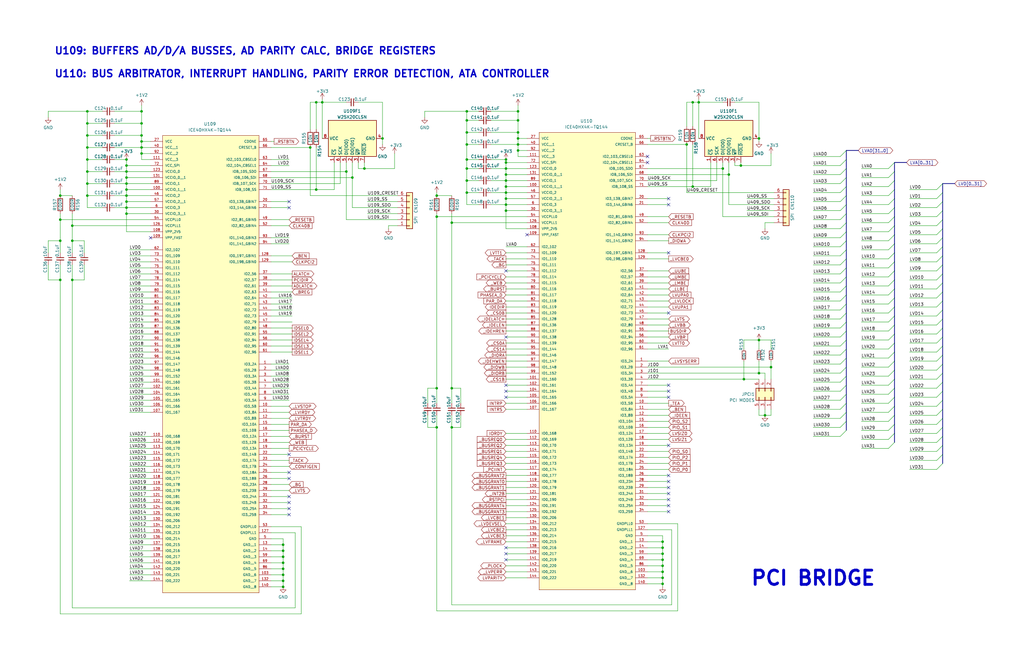
<source format=kicad_sch>
(kicad_sch (version 20231120) (generator "eeschema") (generator_version "8.0")
  (paper "B")
  (title_block (title "AMIGA PCI") (date "2024-10-23") (rev "4.0"))
  (junction (at 119.38 237.49))
  (junction (at 53.34 72.39))
  (junction (at 36.83 77.47))
  (junction (at 153.67 71.12))
  (junction (at 196.85 60.96))
  (junction (at 304.8 71.12))
  (junction (at 279.4 241.3))
  (junction (at 53.34 87.63))
  (junction (at 279.4 243.84))
  (junction (at 184.15 91.44))
  (junction (at 313.69 160.02))
  (junction (at 213.36 71.12))
  (junction (at 196.85 67.31))
  (junction (at 130.81 62.23))
  (junction (at 119.38 232.41))
  (junction (at 279.4 236.22))
  (junction (at 119.38 234.95))
  (junction (at 30.48 118.11))
  (junction (at 59.69 59.69))
  (junction (at 196.85 81.28))
  (junction (at 218.44 55.88))
  (junction (at 307.34 73.66))
  (junction (at 119.38 229.87))
  (junction (at 59.69 62.23))
  (junction (at 213.36 86.36))
  (junction (at 59.69 57.15))
  (junction (at 36.83 82.55))
  (junction (at 213.36 78.74))
  (junction (at 294.64 43.18))
  (junction (at 30.48 95.25))
  (junction (at 279.4 246.38))
  (junction (at 30.48 101.6))
  (junction (at 36.83 62.23))
  (junction (at 119.38 245.11))
  (junction (at 53.34 69.85))
  (junction (at 196.85 71.12))
  (junction (at 218.44 50.8))
  (junction (at 36.83 57.15))
  (junction (at 53.34 85.09))
  (junction (at 213.36 73.66))
  (junction (at 218.44 63.5))
  (junction (at 161.29 58.42))
  (junction (at 320.04 58.42))
  (junction (at 184.15 180.34))
  (junction (at 36.83 67.31))
  (junction (at 53.34 90.17))
  (junction (at 146.05 72.39))
  (junction (at 25.4 82.55))
  (junction (at 213.36 67.31))
  (junction (at 213.36 68.58))
  (junction (at 59.69 52.07))
  (junction (at 279.4 233.68))
  (junction (at 190.5 180.34))
  (junction (at 133.35 80.01))
  (junction (at 320.04 143.51))
  (junction (at 289.56 60.96))
  (junction (at 218.44 46.99))
  (junction (at 59.69 46.99))
  (junction (at 25.4 92.71))
  (junction (at 279.4 231.14))
  (junction (at 53.34 80.01))
  (junction (at 25.4 101.6))
  (junction (at 213.36 83.82))
  (junction (at 292.1 78.74))
  (junction (at 196.85 55.88))
  (junction (at 184.15 163.83))
  (junction (at 119.38 242.57))
  (junction (at 135.89 43.18))
  (junction (at 53.34 77.47))
  (junction (at 53.34 74.93))
  (junction (at 325.12 154.94))
  (junction (at 279.4 228.6))
  (junction (at 190.5 93.98))
  (junction (at 59.69 64.77))
  (junction (at 184.15 82.55))
  (junction (at 190.5 163.83))
  (junction (at 320.04 157.48))
  (junction (at 148.59 74.93))
  (junction (at 292.1 43.18))
  (junction (at 119.38 240.03))
  (junction (at 312.42 69.85))
  (junction (at 218.44 60.96))
  (junction (at 213.36 88.9))
  (junction (at 213.36 81.28))
  (junction (at 36.83 72.39))
  (junction (at 133.35 43.18))
  (junction (at 53.34 67.31))
  (junction (at 322.58 175.26))
  (junction (at 119.38 247.65))
  (junction (at 53.34 82.55))
  (junction (at 196.85 46.99))
  (junction (at 196.85 76.2))
  (junction (at 196.85 50.8))
  (junction (at 36.83 46.99))
  (junction (at 25.4 118.11))
  (junction (at 279.4 238.76))
  (junction (at 213.36 76.2))
  (junction (at 36.83 52.07))
  (junction (at 218.44 58.42))
  (no_connect (at 281.94 210.82))
  (no_connect (at 121.92 191.77))
  (no_connect (at 121.92 214.63))
  (no_connect (at 281.94 86.36))
  (no_connect (at 281.94 187.96))
  (no_connect (at 121.92 217.17))
  (no_connect (at 281.94 167.64))
  (no_connect (at 281.94 213.36))
  (no_connect (at 121.92 201.93))
  (no_connect (at 121.92 87.63))
  (no_connect (at 281.94 208.28))
  (no_connect (at 63.5 100.33))
  (no_connect (at 273.05 66.04))
  (no_connect (at 213.36 114.3))
  (no_connect (at 281.94 132.08))
  (no_connect (at 281.94 205.74))
  (no_connect (at 281.94 106.68))
  (no_connect (at 273.05 68.58))
  (no_connect (at 213.36 231.14))
  (no_connect (at 213.36 162.56))
  (no_connect (at 281.94 162.56))
  (no_connect (at 213.36 236.22))
  (no_connect (at 281.94 215.9))
  (no_connect (at 213.36 165.1))
  (no_connect (at 281.94 83.82))
  (no_connect (at 281.94 200.66))
  (no_connect (at 121.92 209.55))
  (no_connect (at 121.92 199.39))
  (no_connect (at 213.36 142.24))
  (no_connect (at 121.92 212.09))
  (no_connect (at 222.25 99.06))
  (no_connect (at 213.36 167.64))
  (no_connect (at 213.36 233.68))
  (no_connect (at 121.92 85.09))
  (no_connect (at 281.94 203.2))
  (no_connect (at 281.94 165.1))
  (bus_entry (at 394.97 87.63) (size 2.54 -2.54))
  (bus_entry (at 394.97 110.49) (size 2.54 -2.54))
  (bus_entry (at 354.33 115.57) (size 2.54 -2.54))
  (bus_entry (at 354.33 123.19) (size 2.54 -2.54))
  (bus_entry (at 374.65 78.74) (size 2.54 -2.54))
  (bus_entry (at 374.65 105.41) (size 2.54 -2.54))
  (bus_entry (at 354.33 138.43) (size 2.54 -2.54))
  (bus_entry (at 394.97 179.07) (size 2.54 -2.54))
  (bus_entry (at 394.97 106.68) (size 2.54 -2.54))
  (bus_entry (at 374.65 173.99) (size 2.54 -2.54))
  (bus_entry (at 394.97 99.06) (size 2.54 -2.54))
  (bus_entry (at 374.65 147.32) (size 2.54 -2.54))
  (bus_entry (at 394.97 133.35) (size 2.54 -2.54))
  (bus_entry (at 374.65 181.61) (size 2.54 -2.54))
  (bus_entry (at 354.33 130.81) (size 2.54 -2.54))
  (bus_entry (at 394.97 190.5) (size 2.54 -2.54))
  (bus_entry (at 354.33 85.09) (size 2.54 -2.54))
  (bus_entry (at 354.33 119.38) (size 2.54 -2.54))
  (bus_entry (at 354.33 180.34) (size 2.54 -2.54))
  (bus_entry (at 374.65 116.84) (size 2.54 -2.54))
  (bus_entry (at 394.97 80.01) (size 2.54 -2.54))
  (bus_entry (at 374.65 86.36) (size 2.54 -2.54))
  (bus_entry (at 394.97 114.3) (size 2.54 -2.54))
  (bus_entry (at 354.33 88.9) (size 2.54 -2.54))
  (bus_entry (at 354.33 66.04) (size 2.54 -2.54))
  (bus_entry (at 394.97 137.16) (size 2.54 -2.54))
  (bus_entry (at 374.65 132.08) (size 2.54 -2.54))
  (bus_entry (at 394.97 171.45) (size 2.54 -2.54))
  (bus_entry (at 394.97 167.64) (size 2.54 -2.54))
  (bus_entry (at 354.33 176.53) (size 2.54 -2.54))
  (bus_entry (at 374.65 143.51) (size 2.54 -2.54))
  (bus_entry (at 374.65 135.89) (size 2.54 -2.54))
  (bus_entry (at 394.97 125.73) (size 2.54 -2.54))
  (bus_entry (at 354.33 127) (size 2.54 -2.54))
  (bus_entry (at 374.65 93.98) (size 2.54 -2.54))
  (bus_entry (at 374.65 162.56) (size 2.54 -2.54))
  (bus_entry (at 374.65 97.79) (size 2.54 -2.54))
  (bus_entry (at 374.65 90.17) (size 2.54 -2.54))
  (bus_entry (at 374.65 74.93) (size 2.54 -2.54))
  (bus_entry (at 394.97 118.11) (size 2.54 -2.54))
  (bus_entry (at 354.33 146.05) (size 2.54 -2.54))
  (bus_entry (at 374.65 151.13) (size 2.54 -2.54))
  (bus_entry (at 354.33 69.85) (size 2.54 -2.54))
  (bus_entry (at 374.65 139.7) (size 2.54 -2.54))
  (bus_entry (at 354.33 92.71) (size 2.54 -2.54))
  (bus_entry (at 394.97 129.54) (size 2.54 -2.54))
  (bus_entry (at 374.65 120.65) (size 2.54 -2.54))
  (bus_entry (at 394.97 83.82) (size 2.54 -2.54))
  (bus_entry (at 394.97 163.83) (size 2.54 -2.54))
  (bus_entry (at 394.97 160.02) (size 2.54 -2.54))
  (bus_entry (at 374.65 101.6) (size 2.54 -2.54))
  (bus_entry (at 394.97 186.69) (size 2.54 -2.54))
  (bus_entry (at 374.65 170.18) (size 2.54 -2.54))
  (bus_entry (at 354.33 104.14) (size 2.54 -2.54))
  (bus_entry (at 394.97 156.21) (size 2.54 -2.54))
  (bus_entry (at 354.33 172.72) (size 2.54 -2.54))
  (bus_entry (at 374.65 154.94) (size 2.54 -2.54))
  (bus_entry (at 354.33 107.95) (size 2.54 -2.54))
  (bus_entry (at 394.97 194.31) (size 2.54 -2.54))
  (bus_entry (at 354.33 168.91) (size 2.54 -2.54))
  (bus_entry (at 354.33 73.66) (size 2.54 -2.54))
  (bus_entry (at 374.65 71.12) (size 2.54 -2.54))
  (bus_entry (at 394.97 102.87) (size 2.54 -2.54))
  (bus_entry (at 374.65 113.03) (size 2.54 -2.54))
  (bus_entry (at 354.33 157.48) (size 2.54 -2.54))
  (bus_entry (at 354.33 142.24) (size 2.54 -2.54))
  (bus_entry (at 354.33 96.52) (size 2.54 -2.54))
  (bus_entry (at 374.65 189.23) (size 2.54 -2.54))
  (bus_entry (at 394.97 121.92) (size 2.54 -2.54))
  (bus_entry (at 354.33 161.29) (size 2.54 -2.54))
  (bus_entry (at 374.65 166.37) (size 2.54 -2.54))
  (bus_entry (at 374.65 109.22) (size 2.54 -2.54))
  (bus_entry (at 374.65 158.75) (size 2.54 -2.54))
  (bus_entry (at 394.97 95.25) (size 2.54 -2.54))
  (bus_entry (at 394.97 144.78) (size 2.54 -2.54))
  (bus_entry (at 394.97 140.97) (size 2.54 -2.54))
  (bus_entry (at 354.33 153.67) (size 2.54 -2.54))
  (bus_entry (at 354.33 77.47) (size 2.54 -2.54))
  (bus_entry (at 394.97 182.88) (size 2.54 -2.54))
  (bus_entry (at 394.97 91.44) (size 2.54 -2.54))
  (bus_entry (at 374.65 128.27) (size 2.54 -2.54))
  (bus_entry (at 394.97 152.4) (size 2.54 -2.54))
  (bus_entry (at 374.65 185.42) (size 2.54 -2.54))
  (bus_entry (at 374.65 177.8) (size 2.54 -2.54))
  (bus_entry (at 354.33 81.28) (size 2.54 -2.54))
  (bus_entry (at 374.65 124.46) (size 2.54 -2.54))
  (bus_entry (at 354.33 100.33) (size 2.54 -2.54))
  (bus_entry (at 394.97 148.59) (size 2.54 -2.54))
  (bus_entry (at 354.33 149.86) (size 2.54 -2.54))
  (bus_entry (at 354.33 111.76) (size 2.54 -2.54))
  (bus_entry (at 354.33 134.62) (size 2.54 -2.54))
  (bus_entry (at 374.65 82.55) (size 2.54 -2.54))
  (bus_entry (at 354.33 165.1) (size 2.54 -2.54))
  (bus_entry (at 394.97 198.12) (size 2.54 -2.54))
  (bus_entry (at 354.33 184.15) (size 2.54 -2.54))
  (bus_entry (at 394.97 175.26) (size 2.54 -2.54))
  (wire (pts (xy 59.69 64.77) (xy 59.69 67.31)))
  (wire (pts (xy 285.75 220.98) (xy 273.05 220.98)))
  (wire (pts (xy 279.4 238.76) (xy 273.05 238.76)))
  (bus (pts (xy 356.87 135.89) (xy 356.87 139.7)))
  (wire (pts (xy 114.3 217.17) (xy 121.92 217.17)))
  (bus (pts (xy 397.51 134.62) (xy 397.51 138.43)))
  (wire (pts (xy 342.9 134.62) (xy 354.33 134.62)))
  (wire (pts (xy 63.5 64.77) (xy 59.69 64.77)))
  (wire (pts (xy 54.61 196.85) (xy 63.5 196.85)))
  (wire (pts (xy 383.54 118.11) (xy 394.97 118.11)))
  (wire (pts (xy 273.05 101.6) (xy 281.94 101.6)))
  (bus (pts (xy 377.19 160.02) (xy 377.19 163.83)))
  (wire (pts (xy 342.9 73.66) (xy 354.33 73.66)))
  (wire (pts (xy 273.05 91.44) (xy 281.94 91.44)))
  (wire (pts (xy 53.34 82.55) (xy 48.26 82.55)))
  (bus (pts (xy 397.51 149.86) (xy 397.51 153.67)))
  (wire (pts (xy 222.25 132.08) (xy 213.36 132.08)))
  (wire (pts (xy 307.34 73.66) (xy 307.34 86.36)))
  (bus (pts (xy 377.19 87.63) (xy 377.19 91.44)))
  (wire (pts (xy 63.5 123.19) (xy 54.61 123.19)))
  (wire (pts (xy 383.54 190.5) (xy 394.97 190.5)))
  (bus (pts (xy 377.19 182.88) (xy 377.19 186.69)))
  (wire (pts (xy 273.05 195.58) (xy 281.94 195.58)))
  (wire (pts (xy 213.36 187.96) (xy 222.25 187.96)))
  (wire (pts (xy 292.1 43.18) (xy 292.1 53.34)))
  (wire (pts (xy 222.25 66.04) (xy 218.44 66.04)))
  (bus (pts (xy 356.87 124.46) (xy 356.87 128.27)))
  (wire (pts (xy 273.05 213.36) (xy 281.94 213.36)))
  (wire (pts (xy 114.3 138.43) (xy 123.19 138.43)))
  (wire (pts (xy 289.56 60.96) (xy 273.05 60.96)))
  (wire (pts (xy 222.25 78.74) (xy 213.36 78.74)))
  (wire (pts (xy 273.05 137.16) (xy 281.94 137.16)))
  (wire (pts (xy 121.92 156.21) (xy 114.3 156.21)))
  (wire (pts (xy 273.05 157.48) (xy 320.04 157.48)))
  (wire (pts (xy 218.44 55.88) (xy 218.44 58.42)))
  (wire (pts (xy 213.36 203.2) (xy 222.25 203.2)))
  (wire (pts (xy 53.34 67.31) (xy 53.34 69.85)))
  (wire (pts (xy 222.25 172.72) (xy 213.36 172.72)))
  (bus (pts (xy 397.51 104.14) (xy 397.51 107.95)))
  (wire (pts (xy 114.3 181.61) (xy 121.92 181.61)))
  (wire (pts (xy 281.94 215.9) (xy 273.05 215.9)))
  (bus (pts (xy 397.51 81.28) (xy 397.51 85.09)))
  (wire (pts (xy 279.4 236.22) (xy 273.05 236.22)))
  (wire (pts (xy 63.5 158.75) (xy 54.61 158.75)))
  (wire (pts (xy 222.25 58.42) (xy 218.44 58.42)))
  (bus (pts (xy 356.87 86.36) (xy 356.87 90.17)))
  (wire (pts (xy 119.38 234.95) (xy 119.38 237.49)))
  (wire (pts (xy 363.22 185.42) (xy 374.65 185.42)))
  (wire (pts (xy 322.58 93.98) (xy 322.58 96.52)))
  (wire (pts (xy 363.22 181.61) (xy 374.65 181.61)))
  (bus (pts (xy 397.51 100.33) (xy 397.51 104.14)))
  (wire (pts (xy 289.56 53.34) (xy 289.56 43.18)))
  (wire (pts (xy 194.31 175.26) (xy 194.31 180.34)))
  (wire (pts (xy 63.5 80.01) (xy 53.34 80.01)))
  (bus (pts (xy 397.51 77.47) (xy 397.51 81.28)))
  (bus (pts (xy 397.51 107.95) (xy 397.51 111.76)))
  (bus (pts (xy 356.87 147.32) (xy 356.87 151.13)))
  (wire (pts (xy 63.5 118.11) (xy 54.61 118.11)))
  (wire (pts (xy 213.36 149.86) (xy 222.25 149.86)))
  (wire (pts (xy 201.93 81.28) (xy 196.85 81.28)))
  (wire (pts (xy 281.94 119.38) (xy 273.05 119.38)))
  (wire (pts (xy 184.15 91.44) (xy 184.15 163.83)))
  (bus (pts (xy 377.19 76.2) (xy 377.19 80.01)))
  (wire (pts (xy 342.9 184.15) (xy 354.33 184.15)))
  (wire (pts (xy 294.64 43.18) (xy 304.8 43.18)))
  (wire (pts (xy 114.3 107.95) (xy 123.19 107.95)))
  (wire (pts (xy 161.29 43.18) (xy 151.13 43.18)))
  (wire (pts (xy 114.3 209.55) (xy 121.92 209.55)))
  (wire (pts (xy 222.25 76.2) (xy 213.36 76.2)))
  (wire (pts (xy 222.25 88.9) (xy 213.36 88.9)))
  (wire (pts (xy 285.75 257.81) (xy 184.15 257.81)))
  (bus (pts (xy 377.19 106.68) (xy 377.19 110.49)))
  (wire (pts (xy 53.34 74.93) (xy 53.34 77.47)))
  (wire (pts (xy 222.25 241.3) (xy 213.36 241.3)))
  (wire (pts (xy 53.34 67.31) (xy 48.26 67.31)))
  (wire (pts (xy 279.4 243.84) (xy 279.4 246.38)))
  (wire (pts (xy 43.18 52.07) (xy 36.83 52.07)))
  (wire (pts (xy 363.22 151.13) (xy 374.65 151.13)))
  (wire (pts (xy 63.5 146.05) (xy 54.61 146.05)))
  (wire (pts (xy 213.36 208.28) (xy 222.25 208.28)))
  (wire (pts (xy 146.05 72.39) (xy 114.3 72.39)))
  (wire (pts (xy 36.83 57.15) (xy 36.83 52.07)))
  (wire (pts (xy 114.3 186.69) (xy 121.92 186.69)))
  (wire (pts (xy 114.3 146.05) (xy 123.19 146.05)))
  (wire (pts (xy 140.97 80.01) (xy 140.97 68.58)))
  (wire (pts (xy 63.5 115.57) (xy 54.61 115.57)))
  (wire (pts (xy 54.61 194.31) (xy 63.5 194.31)))
  (wire (pts (xy 114.3 201.93) (xy 121.92 201.93)))
  (wire (pts (xy 281.94 124.46) (xy 273.05 124.46)))
  (wire (pts (xy 30.48 111.76) (xy 30.48 118.11)))
  (wire (pts (xy 54.61 209.55) (xy 63.5 209.55)))
  (wire (pts (xy 146.05 68.58) (xy 146.05 72.39)))
  (wire (pts (xy 273.05 73.66) (xy 307.34 73.66)))
  (wire (pts (xy 161.29 58.42) (xy 161.29 43.18)))
  (bus (pts (xy 356.87 173.99) (xy 356.87 177.8)))
  (wire (pts (xy 35.56 118.11) (xy 30.48 118.11)))
  (wire (pts (xy 279.4 243.84) (xy 273.05 243.84)))
  (wire (pts (xy 190.5 93.98) (xy 222.25 93.98)))
  (bus (pts (xy 397.51 123.19) (xy 397.51 127)))
  (wire (pts (xy 383.54 163.83) (xy 394.97 163.83)))
  (wire (pts (xy 213.36 147.32) (xy 222.25 147.32)))
  (wire (pts (xy 383.54 80.01) (xy 394.97 80.01)))
  (wire (pts (xy 342.9 149.86) (xy 354.33 149.86)))
  (wire (pts (xy 63.5 140.97) (xy 54.61 140.97)))
  (bus (pts (xy 377.19 110.49) (xy 377.19 114.3)))
  (bus (pts (xy 397.51 172.72) (xy 397.51 176.53)))
  (wire (pts (xy 314.96 83.82) (xy 326.39 83.82)))
  (wire (pts (xy 279.4 228.6) (xy 273.05 228.6)))
  (wire (pts (xy 222.25 114.3) (xy 213.36 114.3)))
  (wire (pts (xy 320.04 43.18) (xy 309.88 43.18)))
  (wire (pts (xy 273.05 160.02) (xy 313.69 160.02)))
  (wire (pts (xy 292.1 43.18) (xy 294.64 43.18)))
  (wire (pts (xy 383.54 129.54) (xy 394.97 129.54)))
  (wire (pts (xy 326.39 93.98) (xy 322.58 93.98)))
  (wire (pts (xy 213.36 88.9) (xy 213.36 96.52)))
  (wire (pts (xy 342.9 138.43) (xy 354.33 138.43)))
  (wire (pts (xy 363.22 109.22) (xy 374.65 109.22)))
  (wire (pts (xy 114.3 95.25) (xy 121.92 95.25)))
  (wire (pts (xy 273.05 154.94) (xy 325.12 154.94)))
  (wire (pts (xy 114.3 204.47) (xy 121.92 204.47)))
  (wire (pts (xy 273.05 190.5) (xy 281.94 190.5)))
  (wire (pts (xy 63.5 82.55) (xy 53.34 82.55)))
  (wire (pts (xy 63.5 237.49) (xy 54.61 237.49)))
  (bus (pts (xy 377.19 129.54) (xy 377.19 133.35)))
  (wire (pts (xy 59.69 59.69) (xy 59.69 62.23)))
  (wire (pts (xy 130.81 54.61) (xy 130.81 43.18)))
  (wire (pts (xy 54.61 212.09) (xy 63.5 212.09)))
  (wire (pts (xy 325.12 69.85) (xy 312.42 69.85)))
  (wire (pts (xy 54.61 191.77) (xy 63.5 191.77)))
  (bus (pts (xy 377.19 167.64) (xy 377.19 171.45)))
  (wire (pts (xy 342.9 176.53) (xy 354.33 176.53)))
  (wire (pts (xy 121.92 166.37) (xy 114.3 166.37)))
  (wire (pts (xy 322.58 175.26) (xy 320.04 175.26)))
  (wire (pts (xy 222.25 63.5) (xy 218.44 63.5)))
  (wire (pts (xy 383.54 114.3) (xy 394.97 114.3)))
  (wire (pts (xy 279.4 241.3) (xy 279.4 243.84)))
  (wire (pts (xy 383.54 137.16) (xy 394.97 137.16)))
  (wire (pts (xy 146.05 92.71) (xy 146.05 72.39)))
  (wire (pts (xy 383.54 171.45) (xy 394.97 171.45)))
  (wire (pts (xy 196.85 81.28) (xy 196.85 86.36)))
  (wire (pts (xy 213.36 152.4) (xy 222.25 152.4)))
  (wire (pts (xy 63.5 69.85) (xy 53.34 69.85)))
  (wire (pts (xy 190.5 180.34) (xy 190.5 175.26)))
  (wire (pts (xy 320.04 59.69) (xy 320.04 58.42)))
  (wire (pts (xy 299.72 78.74) (xy 299.72 68.58)))
  (wire (pts (xy 363.22 86.36) (xy 374.65 86.36)))
  (wire (pts (xy 281.94 132.08) (xy 273.05 132.08)))
  (wire (pts (xy 133.35 43.18) (xy 133.35 54.61)))
  (wire (pts (xy 213.36 205.74) (xy 222.25 205.74)))
  (wire (pts (xy 194.31 163.83) (xy 190.5 163.83)))
  (wire (pts (xy 54.61 163.83) (xy 63.5 163.83)))
  (wire (pts (xy 322.58 157.48) (xy 320.04 157.48)))
  (wire (pts (xy 63.5 133.35) (xy 54.61 133.35)))
  (wire (pts (xy 54.61 207.01) (xy 63.5 207.01)))
  (wire (pts (xy 213.36 144.78) (xy 222.25 144.78)))
  (wire (pts (xy 383.54 125.73) (xy 394.97 125.73)))
  (wire (pts (xy 140.97 80.01) (xy 133.35 80.01)))
  (wire (pts (xy 190.5 170.18) (xy 190.5 163.83)))
  (wire (pts (xy 127 222.25) (xy 127 259.08)))
  (wire (pts (xy 218.44 60.96) (xy 207.01 60.96)))
  (bus (pts (xy 377.19 68.58) (xy 382.27 68.58)))
  (wire (pts (xy 325.12 143.51) (xy 320.04 143.51)))
  (wire (pts (xy 281.94 129.54) (xy 273.05 129.54)))
  (bus (pts (xy 356.87 166.37) (xy 356.87 170.18)))
  (wire (pts (xy 184.15 180.34) (xy 180.34 180.34)))
  (wire (pts (xy 54.61 107.95) (xy 63.5 107.95)))
  (wire (pts (xy 363.22 128.27) (xy 374.65 128.27)))
  (wire (pts (xy 342.9 85.09) (xy 354.33 85.09)))
  (wire (pts (xy 363.22 90.17) (xy 374.65 90.17)))
  (wire (pts (xy 222.25 71.12) (xy 213.36 71.12)))
  (wire (pts (xy 59.69 62.23) (xy 59.69 64.77)))
  (wire (pts (xy 30.48 90.17) (xy 30.48 95.25)))
  (wire (pts (xy 25.4 259.08) (xy 25.4 118.11)))
  (wire (pts (xy 218.44 63.5) (xy 218.44 66.04)))
  (wire (pts (xy 279.4 246.38) (xy 279.4 247.65)))
  (wire (pts (xy 363.22 173.99) (xy 374.65 173.99)))
  (wire (pts (xy 53.34 69.85) (xy 53.34 72.39)))
  (wire (pts (xy 25.4 80.01) (xy 25.4 82.55)))
  (wire (pts (xy 363.22 124.46) (xy 374.65 124.46)))
  (wire (pts (xy 292.1 60.96) (xy 292.1 78.74)))
  (wire (pts (xy 273.05 203.2) (xy 281.94 203.2)))
  (wire (pts (xy 342.9 130.81) (xy 354.33 130.81)))
  (wire (pts (xy 59.69 52.07) (xy 59.69 57.15)))
  (wire (pts (xy 54.61 214.63) (xy 63.5 214.63)))
  (wire (pts (xy 63.5 219.71) (xy 54.61 219.71)))
  (wire (pts (xy 114.3 140.97) (xy 123.19 140.97)))
  (wire (pts (xy 281.94 198.12) (xy 273.05 198.12)))
  (bus (pts (xy 356.87 74.93) (xy 356.87 78.74)))
  (wire (pts (xy 279.4 238.76) (xy 279.4 241.3)))
  (wire (pts (xy 119.38 227.33) (xy 114.3 227.33)))
  (wire (pts (xy 383.54 160.02) (xy 394.97 160.02)))
  (wire (pts (xy 363.22 170.18) (xy 374.65 170.18)))
  (wire (pts (xy 63.5 232.41) (xy 54.61 232.41)))
  (wire (pts (xy 222.25 154.94) (xy 213.36 154.94)))
  (bus (pts (xy 377.19 118.11) (xy 377.19 121.92)))
  (wire (pts (xy 285.75 220.98) (xy 285.75 257.81)))
  (wire (pts (xy 222.25 127) (xy 213.36 127)))
  (wire (pts (xy 222.25 81.28) (xy 213.36 81.28)))
  (wire (pts (xy 53.34 82.55) (xy 53.34 85.09)))
  (wire (pts (xy 281.94 162.56) (xy 273.05 162.56)))
  (bus (pts (xy 397.51 142.24) (xy 397.51 146.05)))
  (wire (pts (xy 166.37 64.77) (xy 166.37 71.12)))
  (bus (pts (xy 377.19 99.06) (xy 377.19 102.87)))
  (wire (pts (xy 213.36 193.04) (xy 222.25 193.04)))
  (wire (pts (xy 213.36 67.31) (xy 213.36 68.58)))
  (wire (pts (xy 213.36 142.24) (xy 222.25 142.24)))
  (wire (pts (xy 218.44 46.99) (xy 218.44 50.8)))
  (wire (pts (xy 53.34 97.79) (xy 63.5 97.79)))
  (wire (pts (xy 342.9 168.91) (xy 354.33 168.91)))
  (wire (pts (xy 213.36 215.9) (xy 222.25 215.9)))
  (bus (pts (xy 397.51 187.96) (xy 397.51 191.77)))
  (wire (pts (xy 383.54 156.21) (xy 394.97 156.21)))
  (wire (pts (xy 273.05 193.04) (xy 281.94 193.04)))
  (bus (pts (xy 397.51 168.91) (xy 397.51 172.72)))
  (wire (pts (xy 63.5 227.33) (xy 54.61 227.33)))
  (wire (pts (xy 213.36 182.88) (xy 222.25 182.88)))
  (wire (pts (xy 342.9 157.48) (xy 354.33 157.48)))
  (wire (pts (xy 53.34 77.47) (xy 48.26 77.47)))
  (bus (pts (xy 397.51 130.81) (xy 397.51 134.62)))
  (wire (pts (xy 63.5 171.45) (xy 54.61 171.45)))
  (wire (pts (xy 153.67 71.12) (xy 151.13 71.12)))
  (wire (pts (xy 213.36 231.14) (xy 222.25 231.14)))
  (wire (pts (xy 35.56 106.68) (xy 35.56 101.6)))
  (wire (pts (xy 279.4 236.22) (xy 279.4 238.76)))
  (wire (pts (xy 133.35 62.23) (xy 133.35 80.01)))
  (wire (pts (xy 342.9 104.14) (xy 354.33 104.14)))
  (bus (pts (xy 377.19 175.26) (xy 377.19 179.07)))
  (wire (pts (xy 307.34 68.58) (xy 307.34 73.66)))
  (wire (pts (xy 43.18 82.55) (xy 36.83 82.55)))
  (wire (pts (xy 114.3 87.63) (xy 121.92 87.63)))
  (wire (pts (xy 121.92 153.67) (xy 114.3 153.67)))
  (wire (pts (xy 325.12 175.26) (xy 325.12 172.72)))
  (wire (pts (xy 383.54 175.26) (xy 394.97 175.26)))
  (wire (pts (xy 54.61 242.57) (xy 63.5 242.57)))
  (wire (pts (xy 342.9 123.19) (xy 354.33 123.19)))
  (wire (pts (xy 273.05 177.8) (xy 281.94 177.8)))
  (wire (pts (xy 322.58 172.72) (xy 322.58 175.26)))
  (wire (pts (xy 273.05 139.7) (xy 281.94 139.7)))
  (wire (pts (xy 273.05 205.74) (xy 281.94 205.74)))
  (wire (pts (xy 383.54 110.49) (xy 394.97 110.49)))
  (wire (pts (xy 363.22 74.93) (xy 374.65 74.93)))
  (bus (pts (xy 356.87 132.08) (xy 356.87 135.89)))
  (wire (pts (xy 63.5 148.59) (xy 54.61 148.59)))
  (wire (pts (xy 281.94 127) (xy 273.05 127)))
  (wire (pts (xy 222.25 83.82) (xy 213.36 83.82)))
  (wire (pts (xy 289.56 81.28) (xy 289.56 60.96)))
  (wire (pts (xy 20.32 46.99) (xy 20.32 49.53)))
  (bus (pts (xy 356.87 116.84) (xy 356.87 120.65)))
  (wire (pts (xy 213.36 71.12) (xy 207.01 71.12)))
  (wire (pts (xy 54.61 189.23) (xy 63.5 189.23)))
  (wire (pts (xy 163.83 95.25) (xy 163.83 96.52)))
  (wire (pts (xy 130.81 82.55) (xy 130.81 62.23)))
  (wire (pts (xy 25.4 118.11) (xy 25.4 111.76)))
  (wire (pts (xy 342.9 107.95) (xy 354.33 107.95)))
  (bus (pts (xy 356.87 177.8) (xy 356.87 181.61)))
  (wire (pts (xy 279.4 226.06) (xy 279.4 228.6)))
  (wire (pts (xy 114.3 102.87) (xy 121.92 102.87)))
  (wire (pts (xy 213.36 210.82) (xy 222.25 210.82)))
  (wire (pts (xy 363.22 97.79) (xy 374.65 97.79)))
  (wire (pts (xy 222.25 86.36) (xy 213.36 86.36)))
  (wire (pts (xy 114.3 92.71) (xy 121.92 92.71)))
  (wire (pts (xy 222.25 111.76) (xy 213.36 111.76)))
  (wire (pts (xy 196.85 60.96) (xy 196.85 55.88)))
  (wire (pts (xy 218.44 50.8) (xy 207.01 50.8)))
  (bus (pts (xy 397.51 77.47) (xy 402.59 77.47)))
  (wire (pts (xy 143.51 77.47) (xy 114.3 77.47)))
  (wire (pts (xy 190.5 93.98) (xy 190.5 163.83)))
  (wire (pts (xy 114.3 173.99) (xy 121.92 173.99)))
  (wire (pts (xy 201.93 60.96) (xy 196.85 60.96)))
  (wire (pts (xy 363.22 177.8) (xy 374.65 177.8)))
  (wire (pts (xy 119.38 245.11) (xy 119.38 247.65)))
  (bus (pts (xy 397.51 191.77) (xy 397.51 195.58)))
  (wire (pts (xy 383.54 121.92) (xy 394.97 121.92)))
  (bus (pts (xy 377.19 121.92) (xy 377.19 125.73)))
  (wire (pts (xy 201.93 86.36) (xy 196.85 86.36)))
  (wire (pts (xy 363.22 132.08) (xy 374.65 132.08)))
  (wire (pts (xy 54.61 217.17) (xy 63.5 217.17)))
  (bus (pts (xy 397.51 119.38) (xy 397.51 123.19)))
  (bus (pts (xy 397.51 127) (xy 397.51 130.81)))
  (bus (pts (xy 377.19 91.44) (xy 377.19 95.25)))
  (bus (pts (xy 397.51 165.1) (xy 397.51 168.91)))
  (wire (pts (xy 383.54 106.68) (xy 394.97 106.68)))
  (wire (pts (xy 54.61 199.39) (xy 63.5 199.39)))
  (wire (pts (xy 36.83 72.39) (xy 36.83 77.47)))
  (wire (pts (xy 59.69 57.15) (xy 48.26 57.15)))
  (wire (pts (xy 213.36 185.42) (xy 222.25 185.42)))
  (bus (pts (xy 397.51 88.9) (xy 397.51 92.71)))
  (wire (pts (xy 114.3 189.23) (xy 121.92 189.23)))
  (wire (pts (xy 273.05 109.22) (xy 281.94 109.22)))
  (wire (pts (xy 154.94 85.09) (xy 167.64 85.09)))
  (wire (pts (xy 273.05 83.82) (xy 281.94 83.82)))
  (bus (pts (xy 377.19 114.3) (xy 377.19 118.11)))
  (bus (pts (xy 377.19 156.21) (xy 377.19 160.02)))
  (wire (pts (xy 279.4 246.38) (xy 273.05 246.38)))
  (wire (pts (xy 59.69 44.45) (xy 59.69 46.99)))
  (wire (pts (xy 294.64 43.18) (xy 294.64 41.91)))
  (bus (pts (xy 377.19 72.39) (xy 377.19 76.2)))
  (wire (pts (xy 196.85 67.31) (xy 196.85 60.96)))
  (bus (pts (xy 356.87 158.75) (xy 356.87 162.56)))
  (wire (pts (xy 63.5 110.49) (xy 54.61 110.49)))
  (wire (pts (xy 124.46 256.54) (xy 124.46 224.79)))
  (wire (pts (xy 325.12 154.94) (xy 325.12 160.02)))
  (bus (pts (xy 377.19 179.07) (xy 377.19 182.88)))
  (wire (pts (xy 114.3 143.51) (xy 123.19 143.51)))
  (wire (pts (xy 363.22 143.51) (xy 374.65 143.51)))
  (wire (pts (xy 213.36 67.31) (xy 207.01 67.31)))
  (wire (pts (xy 273.05 185.42) (xy 281.94 185.42)))
  (wire (pts (xy 213.36 116.84) (xy 222.25 116.84)))
  (wire (pts (xy 383.54 95.25) (xy 394.97 95.25)))
  (wire (pts (xy 114.3 74.93) (xy 148.59 74.93)))
  (wire (pts (xy 63.5 120.65) (xy 54.61 120.65)))
  (wire (pts (xy 213.36 109.22) (xy 222.25 109.22)))
  (wire (pts (xy 59.69 52.07) (xy 48.26 52.07)))
  (wire (pts (xy 123.19 115.57) (xy 114.3 115.57)))
  (wire (pts (xy 363.22 189.23) (xy 374.65 189.23)))
  (wire (pts (xy 213.36 68.58) (xy 213.36 71.12)))
  (wire (pts (xy 273.05 144.78) (xy 281.94 144.78)))
  (wire (pts (xy 119.38 229.87) (xy 119.38 232.41)))
  (wire (pts (xy 213.36 78.74) (xy 213.36 81.28)))
  (wire (pts (xy 25.4 101.6) (xy 20.32 101.6)))
  (wire (pts (xy 383.54 83.82) (xy 394.97 83.82)))
  (wire (pts (xy 342.9 153.67) (xy 354.33 153.67)))
  (wire (pts (xy 54.61 186.69) (xy 63.5 186.69)))
  (wire (pts (xy 63.5 222.25) (xy 54.61 222.25)))
  (wire (pts (xy 201.93 50.8) (xy 196.85 50.8)))
  (bus (pts (xy 377.19 171.45) (xy 377.19 175.26)))
  (wire (pts (xy 281.94 170.18) (xy 273.05 170.18)))
  (wire (pts (xy 166.37 71.12) (xy 153.67 71.12)))
  (wire (pts (xy 363.22 116.84) (xy 374.65 116.84)))
  (wire (pts (xy 213.36 233.68) (xy 222.25 233.68)))
  (wire (pts (xy 53.34 90.17) (xy 53.34 97.79)))
  (wire (pts (xy 119.38 242.57) (xy 114.3 242.57)))
  (wire (pts (xy 322.58 160.02) (xy 322.58 157.48)))
  (wire (pts (xy 222.25 165.1) (xy 213.36 165.1)))
  (wire (pts (xy 342.9 161.29) (xy 354.33 161.29)))
  (wire (pts (xy 281.94 172.72) (xy 273.05 172.72)))
  (bus (pts (xy 356.87 82.55) (xy 356.87 86.36)))
  (wire (pts (xy 114.3 158.75) (xy 121.92 158.75)))
  (wire (pts (xy 363.22 105.41) (xy 374.65 105.41)))
  (bus (pts (xy 356.87 63.5) (xy 356.87 67.31)))
  (wire (pts (xy 53.34 80.01) (xy 53.34 82.55)))
  (wire (pts (xy 121.92 194.31) (xy 114.3 194.31)))
  (wire (pts (xy 59.69 57.15) (xy 59.69 59.69)))
  (bus (pts (xy 356.87 139.7) (xy 356.87 143.51)))
  (wire (pts (xy 383.54 167.64) (xy 394.97 167.64)))
  (wire (pts (xy 363.22 78.74) (xy 374.65 78.74)))
  (wire (pts (xy 196.85 76.2) (xy 196.85 81.28)))
  (wire (pts (xy 196.85 50.8) (xy 196.85 46.99)))
  (wire (pts (xy 54.61 201.93) (xy 63.5 201.93)))
  (wire (pts (xy 43.18 77.47) (xy 36.83 77.47)))
  (bus (pts (xy 356.87 109.22) (xy 356.87 113.03)))
  (bus (pts (xy 397.51 157.48) (xy 397.51 161.29)))
  (wire (pts (xy 283.21 223.52) (xy 273.05 223.52)))
  (wire (pts (xy 25.4 92.71) (xy 63.5 92.71)))
  (wire (pts (xy 383.54 179.07) (xy 394.97 179.07)))
  (wire (pts (xy 273.05 99.06) (xy 281.94 99.06)))
  (wire (pts (xy 148.59 74.93) (xy 148.59 68.58)))
  (bus (pts (xy 356.87 63.5) (xy 361.95 63.5)))
  (wire (pts (xy 123.19 128.27) (xy 114.3 128.27)))
  (wire (pts (xy 222.25 106.68) (xy 213.36 106.68)))
  (wire (pts (xy 30.48 118.11) (xy 30.48 256.54)))
  (wire (pts (xy 36.83 52.07) (xy 36.83 46.99)))
  (wire (pts (xy 54.61 153.67) (xy 63.5 153.67)))
  (wire (pts (xy 273.05 180.34) (xy 281.94 180.34)))
  (wire (pts (xy 179.07 46.99) (xy 179.07 49.53)))
  (wire (pts (xy 36.83 67.31) (xy 36.83 72.39)))
  (wire (pts (xy 119.38 240.03) (xy 114.3 240.03)))
  (wire (pts (xy 273.05 106.68) (xy 281.94 106.68)))
  (wire (pts (xy 190.5 255.27) (xy 283.21 255.27)))
  (wire (pts (xy 309.88 68.58) (xy 309.88 69.85)))
  (wire (pts (xy 363.22 139.7) (xy 374.65 139.7)))
  (wire (pts (xy 63.5 74.93) (xy 53.34 74.93)))
  (wire (pts (xy 184.15 180.34) (xy 184.15 175.26)))
  (wire (pts (xy 383.54 91.44) (xy 394.97 91.44)))
  (bus (pts (xy 377.19 80.01) (xy 377.19 83.82)))
  (wire (pts (xy 53.34 77.47) (xy 53.34 80.01)))
  (wire (pts (xy 36.83 62.23) (xy 36.83 57.15)))
  (wire (pts (xy 123.19 130.81) (xy 114.3 130.81)))
  (wire (pts (xy 167.64 82.55) (xy 130.81 82.55)))
  (wire (pts (xy 312.42 69.85) (xy 309.88 69.85)))
  (wire (pts (xy 121.92 168.91) (xy 114.3 168.91)))
  (bus (pts (xy 377.19 140.97) (xy 377.19 144.78)))
  (wire (pts (xy 63.5 128.27) (xy 54.61 128.27)))
  (wire (pts (xy 119.38 227.33) (xy 119.38 229.87)))
  (bus (pts (xy 397.51 85.09) (xy 397.51 88.9)))
  (wire (pts (xy 123.19 120.65) (xy 114.3 120.65)))
  (wire (pts (xy 218.44 44.45) (xy 218.44 46.99)))
  (wire (pts (xy 53.34 85.09) (xy 53.34 87.63)))
  (wire (pts (xy 35.56 101.6) (xy 30.48 101.6)))
  (wire (pts (xy 279.4 228.6) (xy 279.4 231.14)))
  (wire (pts (xy 383.54 194.31) (xy 394.97 194.31)))
  (wire (pts (xy 213.36 76.2) (xy 207.01 76.2)))
  (wire (pts (xy 30.48 101.6) (xy 30.48 95.25)))
  (wire (pts (xy 148.59 74.93) (xy 148.59 87.63)))
  (wire (pts (xy 25.4 118.11) (xy 20.32 118.11)))
  (wire (pts (xy 292.1 78.74) (xy 273.05 78.74)))
  (wire (pts (xy 119.38 247.65) (xy 114.3 247.65)))
  (wire (pts (xy 363.22 113.03) (xy 374.65 113.03)))
  (wire (pts (xy 222.25 137.16) (xy 213.36 137.16)))
  (wire (pts (xy 320.04 143.51) (xy 320.04 147.32)))
  (wire (pts (xy 320.04 152.4) (xy 320.04 157.48)))
  (wire (pts (xy 151.13 68.58) (xy 151.13 71.12)))
  (wire (pts (xy 63.5 77.47) (xy 53.34 77.47)))
  (wire (pts (xy 213.36 160.02) (xy 222.25 160.02)))
  (wire (pts (xy 114.3 69.85) (xy 121.92 69.85)))
  (wire (pts (xy 213.36 81.28) (xy 213.36 83.82)))
  (wire (pts (xy 325.12 152.4) (xy 325.12 154.94)))
  (bus (pts (xy 397.51 184.15) (xy 397.51 187.96)))
  (wire (pts (xy 114.3 100.33) (xy 121.92 100.33)))
  (bus (pts (xy 356.87 151.13) (xy 356.87 154.94)))
  (wire (pts (xy 363.22 120.65) (xy 374.65 120.65)))
  (wire (pts (xy 222.25 104.14) (xy 213.36 104.14)))
  (wire (pts (xy 135.89 43.18) (xy 146.05 43.18)))
  (wire (pts (xy 213.36 190.5) (xy 222.25 190.5)))
  (wire (pts (xy 281.94 152.4) (xy 273.05 152.4)))
  (wire (pts (xy 325.12 64.77) (xy 325.12 69.85)))
  (wire (pts (xy 273.05 86.36) (xy 281.94 86.36)))
  (wire (pts (xy 36.83 46.99) (xy 43.18 46.99)))
  (bus (pts (xy 356.87 105.41) (xy 356.87 109.22)))
  (bus (pts (xy 356.87 170.18) (xy 356.87 173.99)))
  (bus (pts (xy 356.87 71.12) (xy 356.87 74.93)))
  (wire (pts (xy 213.36 213.36) (xy 222.25 213.36)))
  (wire (pts (xy 279.4 226.06) (xy 273.05 226.06)))
  (bus (pts (xy 356.87 128.27) (xy 356.87 132.08)))
  (bus (pts (xy 397.51 115.57) (xy 397.51 119.38)))
  (wire (pts (xy 53.34 87.63) (xy 48.26 87.63)))
  (wire (pts (xy 218.44 55.88) (xy 207.01 55.88)))
  (wire (pts (xy 342.9 142.24) (xy 354.33 142.24)))
  (wire (pts (xy 63.5 151.13) (xy 54.61 151.13)))
  (wire (pts (xy 123.19 118.11) (xy 114.3 118.11)))
  (wire (pts (xy 273.05 182.88) (xy 281.94 182.88)))
  (wire (pts (xy 273.05 175.26) (xy 281.94 175.26)))
  (wire (pts (xy 304.8 91.44) (xy 326.39 91.44)))
  (wire (pts (xy 114.3 191.77) (xy 121.92 191.77)))
  (wire (pts (xy 54.61 184.15) (xy 63.5 184.15)))
  (wire (pts (xy 130.81 43.18) (xy 133.35 43.18)))
  (wire (pts (xy 130.81 62.23) (xy 114.3 62.23)))
  (wire (pts (xy 363.22 135.89) (xy 374.65 135.89)))
  (wire (pts (xy 119.38 245.11) (xy 114.3 245.11)))
  (bus (pts (xy 356.87 154.94) (xy 356.87 158.75)))
  (wire (pts (xy 320.04 160.02) (xy 313.69 160.02)))
  (bus (pts (xy 397.51 153.67) (xy 397.51 157.48)))
  (bus (pts (xy 377.19 148.59) (xy 377.19 152.4)))
  (bus (pts (xy 356.87 143.51) (xy 356.87 147.32)))
  (wire (pts (xy 114.3 133.35) (xy 123.19 133.35)))
  (wire (pts (xy 196.85 46.99) (xy 201.93 46.99)))
  (wire (pts (xy 54.61 204.47) (xy 63.5 204.47)))
  (wire (pts (xy 43.18 62.23) (xy 36.83 62.23)))
  (wire (pts (xy 194.31 180.34) (xy 190.5 180.34)))
  (wire (pts (xy 196.85 67.31) (xy 196.85 71.12)))
  (wire (pts (xy 218.44 58.42) (xy 218.44 60.96)))
  (wire (pts (xy 154.94 90.17) (xy 167.64 90.17)))
  (wire (pts (xy 342.9 100.33) (xy 354.33 100.33)))
  (wire (pts (xy 222.25 238.76) (xy 213.36 238.76)))
  (wire (pts (xy 363.22 93.98) (xy 374.65 93.98)))
  (bus (pts (xy 397.51 146.05) (xy 397.51 149.86)))
  (wire (pts (xy 273.05 142.24) (xy 281.94 142.24)))
  (wire (pts (xy 63.5 87.63) (xy 53.34 87.63)))
  (bus (pts (xy 356.87 90.17) (xy 356.87 93.98)))
  (wire (pts (xy 222.25 167.64) (xy 213.36 167.64)))
  (wire (pts (xy 114.3 199.39) (xy 121.92 199.39)))
  (wire (pts (xy 383.54 144.78) (xy 394.97 144.78)))
  (wire (pts (xy 342.9 180.34) (xy 354.33 180.34)))
  (wire (pts (xy 304.8 71.12) (xy 304.8 91.44)))
  (wire (pts (xy 63.5 85.09) (xy 53.34 85.09)))
  (wire (pts (xy 294.64 58.42) (xy 294.64 43.18)))
  (wire (pts (xy 312.42 68.58) (xy 312.42 69.85)))
  (wire (pts (xy 54.61 245.11) (xy 63.5 245.11)))
  (wire (pts (xy 213.36 198.12) (xy 222.25 198.12)))
  (wire (pts (xy 190.5 180.34) (xy 190.5 255.27)))
  (wire (pts (xy 63.5 67.31) (xy 59.69 67.31)))
  (wire (pts (xy 222.25 157.48) (xy 213.36 157.48)))
  (wire (pts (xy 114.3 85.09) (xy 121.92 85.09)))
  (bus (pts (xy 377.19 137.16) (xy 377.19 140.97)))
  (wire (pts (xy 201.93 76.2) (xy 196.85 76.2)))
  (wire (pts (xy 63.5 138.43) (xy 54.61 138.43)))
  (wire (pts (xy 213.36 96.52) (xy 222.25 96.52)))
  (wire (pts (xy 184.15 90.17) (xy 184.15 91.44)))
  (wire (pts (xy 63.5 166.37) (xy 54.61 166.37)))
  (wire (pts (xy 302.26 76.2) (xy 273.05 76.2)))
  (wire (pts (xy 119.38 229.87) (xy 114.3 229.87)))
  (wire (pts (xy 281.94 116.84) (xy 273.05 116.84)))
  (wire (pts (xy 222.25 68.58) (xy 213.36 68.58)))
  (wire (pts (xy 342.9 165.1) (xy 354.33 165.1)))
  (wire (pts (xy 313.69 152.4) (xy 313.69 160.02)))
  (wire (pts (xy 342.9 119.38) (xy 354.33 119.38)))
  (wire (pts (xy 304.8 68.58) (xy 304.8 71.12)))
  (wire (pts (xy 201.93 71.12) (xy 196.85 71.12)))
  (wire (pts (xy 383.54 182.88) (xy 394.97 182.88)))
  (wire (pts (xy 119.38 237.49) (xy 119.38 240.03)))
  (wire (pts (xy 30.48 256.54) (xy 124.46 256.54)))
  (wire (pts (xy 322.58 175.26) (xy 325.12 175.26)))
  (wire (pts (xy 184.15 257.81) (xy 184.15 180.34)))
  (wire (pts (xy 30.48 106.68) (xy 30.48 101.6)))
  (wire (pts (xy 114.3 59.69) (xy 115.57 59.69)))
  (wire (pts (xy 222.25 220.98) (xy 213.36 220.98)))
  (wire (pts (xy 213.36 218.44) (xy 222.25 218.44)))
  (wire (pts (xy 222.25 228.6) (xy 213.36 228.6)))
  (wire (pts (xy 383.54 186.69) (xy 394.97 186.69)))
  (wire (pts (xy 121.92 163.83) (xy 114.3 163.83)))
  (wire (pts (xy 213.36 124.46) (xy 222.25 124.46)))
  (wire (pts (xy 283.21 255.27) (xy 283.21 223.52)))
  (wire (pts (xy 63.5 240.03) (xy 54.61 240.03)))
  (wire (pts (xy 184.15 82.55) (xy 190.5 82.55)))
  (wire (pts (xy 123.19 123.19) (xy 114.3 123.19)))
  (wire (pts (xy 63.5 234.95) (xy 54.61 234.95)))
  (wire (pts (xy 326.39 81.28) (xy 289.56 81.28)))
  (wire (pts (xy 63.5 90.17) (xy 53.34 90.17)))
  (wire (pts (xy 213.36 71.12) (xy 213.36 73.66)))
  (wire (pts (xy 30.48 95.25) (xy 63.5 95.25)))
  (wire (pts (xy 383.54 133.35) (xy 394.97 133.35)))
  (wire (pts (xy 63.5 143.51) (xy 54.61 143.51)))
  (wire (pts (xy 36.83 77.47) (xy 36.83 82.55)))
  (wire (pts (xy 119.38 237.49) (xy 114.3 237.49)))
  (bus (pts (xy 377.19 152.4) (xy 377.19 156.21)))
  (wire (pts (xy 222.25 73.66) (xy 213.36 73.66)))
  (wire (pts (xy 273.05 58.42) (xy 274.32 58.42)))
  (bus (pts (xy 356.87 78.74) (xy 356.87 82.55)))
  (wire (pts (xy 218.44 60.96) (xy 218.44 63.5)))
  (wire (pts (xy 363.22 101.6) (xy 374.65 101.6)))
  (wire (pts (xy 43.18 72.39) (xy 36.83 72.39)))
  (wire (pts (xy 213.36 200.66) (xy 222.25 200.66)))
  (wire (pts (xy 25.4 92.71) (xy 25.4 101.6)))
  (wire (pts (xy 273.05 165.1) (xy 281.94 165.1)))
  (wire (pts (xy 63.5 224.79) (xy 54.61 224.79)))
  (wire (pts (xy 25.4 106.68) (xy 25.4 101.6)))
  (wire (pts (xy 53.34 72.39) (xy 48.26 72.39)))
  (wire (pts (xy 383.54 152.4) (xy 394.97 152.4)))
  (wire (pts (xy 342.9 115.57) (xy 354.33 115.57)))
  (wire (pts (xy 119.38 232.41) (xy 119.38 234.95)))
  (wire (pts (xy 213.36 73.66) (xy 213.36 76.2)))
  (wire (pts (xy 281.94 121.92) (xy 273.05 121.92)))
  (wire (pts (xy 63.5 173.99) (xy 54.61 173.99)))
  (wire (pts (xy 218.44 46.99) (xy 207.01 46.99)))
  (wire (pts (xy 201.93 55.88) (xy 196.85 55.88)))
  (wire (pts (xy 20.32 46.99) (xy 36.83 46.99)))
  (wire (pts (xy 63.5 229.87) (xy 54.61 229.87)))
  (wire (pts (xy 63.5 161.29) (xy 54.61 161.29)))
  (bus (pts (xy 356.87 162.56) (xy 356.87 166.37)))
  (wire (pts (xy 222.25 236.22) (xy 213.36 236.22)))
  (wire (pts (xy 114.3 179.07) (xy 121.92 179.07)))
  (wire (pts (xy 119.38 242.57) (xy 119.38 245.11)))
  (wire (pts (xy 20.32 118.11) (xy 20.32 111.76)))
  (wire (pts (xy 222.25 162.56) (xy 213.36 162.56)))
  (wire (pts (xy 342.9 96.52) (xy 354.33 96.52)))
  (wire (pts (xy 363.22 71.12) (xy 374.65 71.12)))
  (wire (pts (xy 273.05 134.62) (xy 281.94 134.62)))
  (wire (pts (xy 127 222.25) (xy 114.3 222.25)))
  (wire (pts (xy 63.5 72.39) (xy 53.34 72.39)))
  (bus (pts (xy 397.51 176.53) (xy 397.51 180.34)))
  (wire (pts (xy 180.34 180.34) (xy 180.34 175.26)))
  (wire (pts (xy 146.05 92.71) (xy 167.64 92.71)))
  (wire (pts (xy 363.22 154.94) (xy 374.65 154.94)))
  (wire (pts (xy 63.5 135.89) (xy 54.61 135.89)))
  (wire (pts (xy 299.72 78.74) (xy 292.1 78.74)))
  (wire (pts (xy 213.36 121.92) (xy 222.25 121.92)))
  (wire (pts (xy 213.36 119.38) (xy 222.25 119.38)))
  (bus (pts (xy 377.19 133.35) (xy 377.19 137.16)))
  (wire (pts (xy 124.46 224.79) (xy 114.3 224.79)))
  (wire (pts (xy 63.5 125.73) (xy 54.61 125.73)))
  (wire (pts (xy 273.05 93.98) (xy 281.94 93.98)))
  (wire (pts (xy 121.92 171.45) (xy 114.3 171.45)))
  (wire (pts (xy 279.4 233.68) (xy 273.05 233.68)))
  (wire (pts (xy 161.29 60.96) (xy 161.29 58.42)))
  (wire (pts (xy 114.3 67.31) (xy 121.92 67.31)))
  (wire (pts (xy 63.5 130.81) (xy 54.61 130.81)))
  (wire (pts (xy 123.19 125.73) (xy 114.3 125.73)))
  (wire (pts (xy 53.34 87.63) (xy 53.34 90.17)))
  (wire (pts (xy 54.61 156.21) (xy 63.5 156.21)))
  (wire (pts (xy 114.3 212.09) (xy 121.92 212.09)))
  (wire (pts (xy 133.35 80.01) (xy 114.3 80.01)))
  (wire (pts (xy 114.3 196.85) (xy 121.92 196.85)))
  (wire (pts (xy 179.07 46.99) (xy 196.85 46.99)))
  (wire (pts (xy 63.5 113.03) (xy 54.61 113.03)))
  (wire (pts (xy 313.69 143.51) (xy 313.69 147.32)))
  (wire (pts (xy 342.9 77.47) (xy 354.33 77.47)))
  (wire (pts (xy 279.4 231.14) (xy 279.4 233.68)))
  (wire (pts (xy 302.26 76.2) (xy 302.26 68.58)))
  (wire (pts (xy 53.34 72.39) (xy 53.34 74.93)))
  (wire (pts (xy 222.25 223.52) (xy 213.36 223.52)))
  (bus (pts (xy 356.87 113.03) (xy 356.87 116.84)))
  (wire (pts (xy 383.54 87.63) (xy 394.97 87.63)))
  (wire (pts (xy 342.9 92.71) (xy 354.33 92.71)))
  (bus (pts (xy 397.51 92.71) (xy 397.51 96.52)))
  (bus (pts (xy 397.51 138.43) (xy 397.51 142.24)))
  (wire (pts (xy 213.36 195.58) (xy 222.25 195.58)))
  (wire (pts (xy 383.54 99.06) (xy 394.97 99.06)))
  (wire (pts (xy 314.96 88.9) (xy 326.39 88.9)))
  (wire (pts (xy 363.22 82.55) (xy 374.65 82.55)))
  (bus (pts (xy 397.51 161.29) (xy 397.51 165.1)))
  (wire (pts (xy 222.25 170.18) (xy 213.36 170.18)))
  (wire (pts (xy 222.25 226.06) (xy 213.36 226.06)))
  (wire (pts (xy 213.36 83.82) (xy 213.36 86.36)))
  (wire (pts (xy 320.04 172.72) (xy 320.04 175.26)))
  (wire (pts (xy 43.18 57.15) (xy 36.83 57.15)))
  (wire (pts (xy 304.8 71.12) (xy 273.05 71.12)))
  (wire (pts (xy 222.25 139.7) (xy 213.36 139.7)))
  (wire (pts (xy 383.54 148.59) (xy 394.97 148.59)))
  (wire (pts (xy 281.94 114.3) (xy 273.05 114.3)))
  (bus (pts (xy 377.19 68.58) (xy 377.19 72.39)))
  (wire (pts (xy 363.22 166.37) (xy 374.65 166.37)))
  (wire (pts (xy 59.69 46.99) (xy 48.26 46.99)))
  (wire (pts (xy 25.4 90.17) (xy 25.4 92.71)))
  (wire (pts (xy 383.54 198.12) (xy 394.97 198.12)))
  (wire (pts (xy 20.32 101.6) (xy 20.32 106.68)))
  (wire (pts (xy 222.25 134.62) (xy 213.36 134.62)))
  (wire (pts (xy 114.3 176.53) (xy 121.92 176.53)))
  (wire (pts (xy 184.15 91.44) (xy 222.25 91.44)))
  (wire (pts (xy 59.69 46.99) (xy 59.69 52.07)))
  (wire (pts (xy 307.34 86.36) (xy 326.39 86.36)))
  (bus (pts (xy 377.19 125.73) (xy 377.19 129.54)))
  (wire (pts (xy 184.15 81.28) (xy 184.15 82.55)))
  (bus (pts (xy 377.19 83.82) (xy 377.19 87.63)))
  (wire (pts (xy 279.4 231.14) (xy 273.05 231.14)))
  (wire (pts (xy 213.36 76.2) (xy 213.36 78.74)))
  (bus (pts (xy 377.19 95.25) (xy 377.19 99.06)))
  (bus (pts (xy 397.51 180.34) (xy 397.51 184.15)))
  (wire (pts (xy 281.94 210.82) (xy 273.05 210.82)))
  (wire (pts (xy 114.3 207.01) (xy 121.92 207.01)))
  (wire (pts (xy 273.05 208.28) (xy 281.94 208.28)))
  (wire (pts (xy 121.92 214.63) (xy 114.3 214.63)))
  (wire (pts (xy 114.3 148.59) (xy 123.19 148.59)))
  (wire (pts (xy 63.5 168.91) (xy 54.61 168.91)))
  (wire (pts (xy 342.9 81.28) (xy 354.33 81.28)))
  (wire (pts (xy 167.64 95.25) (xy 163.83 95.25)))
  (wire (pts (xy 279.4 233.68) (xy 279.4 236.22)))
  (wire (pts (xy 114.3 135.89) (xy 123.19 135.89)))
  (wire (pts (xy 119.38 240.03) (xy 119.38 242.57)))
  (wire (pts (xy 213.36 81.28) (xy 207.01 81.28)))
  (wire (pts (xy 320.04 143.51) (xy 313.69 143.51)))
  (wire (pts (xy 273.05 187.96) (xy 281.94 187.96)))
  (wire (pts (xy 342.9 172.72) (xy 354.33 172.72)))
  (wire (pts (xy 114.3 184.15) (xy 121.92 184.15)))
  (wire (pts (xy 289.56 43.18) (xy 292.1 43.18)))
  (wire (pts (xy 121.92 161.29) (xy 114.3 161.29)))
  (wire (pts (xy 196.85 71.12) (xy 196.85 76.2)))
  (wire (pts (xy 383.54 102.87) (xy 394.97 102.87)))
  (bus (pts (xy 356.87 101.6) (xy 356.87 105.41)))
  (bus (pts (xy 377.19 102.87) (xy 377.19 106.68)))
  (bus (pts (xy 356.87 97.79) (xy 356.87 101.6)))
  (wire (pts (xy 43.18 67.31) (xy 36.83 67.31)))
  (wire (pts (xy 127 259.08) (xy 25.4 259.08)))
  (wire (pts (xy 281.94 167.64) (xy 273.05 167.64)))
  (wire (pts (xy 35.56 111.76) (xy 35.56 118.11)))
  (wire (pts (xy 63.5 62.23) (xy 59.69 62.23)))
  (wire (pts (xy 184.15 163.83) (xy 184.15 170.18)))
  (wire (pts (xy 25.4 82.55) (xy 30.48 82.55)))
  (bus (pts (xy 356.87 120.65) (xy 356.87 124.46)))
  (wire (pts (xy 190.5 90.17) (xy 190.5 93.98)))
  (wire (pts (xy 363.22 147.32) (xy 374.65 147.32)))
  (wire (pts (xy 59.69 62.23) (xy 48.26 62.23)))
  (wire (pts (xy 279.4 241.3) (xy 273.05 241.3)))
  (wire (pts (xy 194.31 170.18) (xy 194.31 163.83)))
  (bus (pts (xy 356.87 93.98) (xy 356.87 97.79)))
  (wire (pts (xy 363.22 158.75) (xy 374.65 158.75)))
  (bus (pts (xy 397.51 111.76) (xy 397.51 115.57)))
  (wire (pts (xy 135.89 43.18) (xy 135.89 41.91)))
  (wire (pts (xy 119.38 234.95) (xy 114.3 234.95)))
  (wire (pts (xy 196.85 55.88) (xy 196.85 50.8)))
  (wire (pts (xy 222.25 243.84) (xy 213.36 243.84)))
  (wire (pts (xy 342.9 111.76) (xy 354.33 111.76)))
  (bus (pts (xy 356.87 67.31) (xy 356.87 71.12)))
  (wire (pts (xy 180.34 163.83) (xy 180.34 170.18)))
  (wire (pts (xy 36.83 82.55) (xy 36.83 87.63)))
  (wire (pts (xy 143.51 77.47) (xy 143.51 68.58)))
  (wire (pts (xy 148.59 87.63) (xy 167.64 87.63)))
  (wire (pts (xy 184.15 163.83) (xy 180.34 163.83)))
  (wire (pts (xy 114.3 110.49) (xy 123.19 110.49)))
  (wire (pts (xy 273.05 147.32) (xy 281.94 147.32)))
  (wire (pts (xy 43.18 87.63) (xy 36.83 87.63)))
  (wire (pts (xy 135.89 58.42) (xy 135.89 43.18)))
  (wire (pts (xy 218.44 50.8) (xy 218.44 55.88)))
  (wire (pts (xy 213.36 86.36) (xy 213.36 88.9)))
  (wire (pts (xy 222.25 129.54) (xy 213.36 129.54)))
  (wire (pts (xy 363.22 162.56) (xy 374.65 162.56)))
  (bus (pts (xy 377.19 163.83) (xy 377.19 167.64)))
  (wire (pts (xy 63.5 59.69) (xy 59.69 59.69)))
  (wire (pts (xy 342.9 66.04) (xy 354.33 66.04)))
  (wire (pts (xy 325.12 147.32) (xy 325.12 143.51)))
  (bus (pts (xy 397.51 96.52) (xy 397.51 100.33)))
  (wire (pts (xy 213.36 86.36) (xy 207.01 86.36)))
  (wire (pts (xy 320.04 58.42) (xy 320.04 43.18)))
  (wire (pts (xy 273.05 200.66) (xy 281.94 200.66)))
  (wire (pts (xy 222.25 60.96) (xy 218.44 60.96)))
  (wire (pts (xy 342.9 127) (xy 354.33 127)))
  (wire (pts (xy 36.83 67.31) (xy 36.83 62.23)))
  (wire (pts (xy 153.67 68.58) (xy 153.67 71.12)))
  (wire (pts (xy 133.35 43.18) (xy 135.89 43.18)))
  (wire (pts (xy 342.9 146.05) (xy 354.33 146.05)))
  (wire (pts (xy 342.9 69.85) (xy 354.33 69.85)))
  (wire (pts (xy 201.93 67.31) (xy 196.85 67.31)))
  (wire (pts (xy 383.54 140.97) (xy 394.97 140.97)))
  (wire (pts (xy 342.9 88.9) (xy 354.33 88.9)))
  (bus (pts (xy 377.19 144.78) (xy 377.19 148.59)))
  (wire (pts (xy 63.5 105.41) (xy 54.61 105.41)))
  (wire (pts (xy 119.38 232.41) (xy 114.3 232.41)))
  (text "PCI BRIDGE" (at 316.23 247.65 0) (effects (font (size 6 6) (bold yes)) (justify left bottom)))
  (text "U109: BUFFERS AD/D/A BUSSES, AD PARITY CALC, BRIDGE REGISTERS\n\nU110: BUS ARBITRATOR, INTERRUPT HANDLING, PARITY ERROR DETECTION, ATA CONTROLLER" (at 22.86 33.02 0) (effects (font (size 3 3) (thickness 0.6) (bold yes)) (justify left bottom)))
  (label "LVAD6" (at 54.61 237.49 0))
  (label "LVAD3" (at 54.61 242.57 0))
  (label "U409_SDO" (at 314.96 86.36 0))
  (label "LVD29" (at 383.54 190.5 0))
  (label "LVD23" (at 383.54 167.64 0))
  (label "J100" (at 273.05 154.94 0))
  (label "LVAD18" (at 342.9 134.62 0))
  (label "LVD29" (at 54.61 168.91 0))
  (label "LVD31" (at 383.54 198.12 0))
  (label "LVA10" (at 363.22 109.22 0))
  (label "LVAD7" (at 342.9 92.71 0))
  (label "LVD22" (at 54.61 151.13 0))
  (label "LVD30" (at 383.54 194.31 0))
  (label "LVD17" (at 54.61 143.51 0))
  (label "LVD18" (at 54.61 146.05 0))
  (label "LVA14" (at 363.22 124.46 0))
  (label "LVD4" (at 54.61 110.49 0))
  (label "LVA9" (at 363.22 105.41 0))
  (label "LVAD1" (at 342.9 69.85 0))
  (label "LVAD15" (at 54.61 214.63 0))
  (label "LVA2" (at 363.22 78.74 0))
  (label "LVD3" (at 383.54 91.44 0))
  (label "LVAD13" (at 342.9 115.57 0))
  (label "LVD25" (at 383.54 175.26 0))
  (label "LVD13" (at 54.61 133.35 0))
  (label "LVD12" (at 383.54 125.73 0))
  (label "LVA17" (at 363.22 135.89 0))
  (label "LVD19" (at 383.54 152.4 0))
  (label "LVA31" (at 363.22 189.23 0))
  (label "LVD14" (at 383.54 133.35 0))
  (label "LVD14" (at 54.61 135.89 0))
  (label "LVA16" (at 363.22 132.08 0))
  (label "LVA21" (at 363.22 151.13 0))
  (label "LVA0" (at 363.22 71.12 0))
  (label "LVAD15" (at 342.9 123.19 0))
  (label "LVAD12" (at 342.9 111.76 0))
  (label "LVAD29" (at 121.92 163.83 180))
  (label "LVAD28" (at 342.9 172.72 0))
  (label "LVD0" (at 383.54 80.01 0))
  (label "LVA19" (at 363.22 143.51 0))
  (label "LVAD6" (at 342.9 88.9 0))
  (label "LVD22" (at 383.54 163.83 0))
  (label "LVD23" (at 54.61 153.67 0))
  (label "LVD15" (at 383.54 137.16 0))
  (label "LVAD18" (at 54.61 207.01 0))
  (label "J102" (at 273.05 160.02 0))
  (label "LVAD20" (at 342.9 142.24 0))
  (label "LVA0" (at 213.36 104.14 0))
  (label "LVD31" (at 54.61 173.99 0))
  (label "LVA27" (at 363.22 173.99 0))
  (label "LVD2" (at 121.92 69.85 180))
  (label "LVD7" (at 54.61 118.11 0))
  (label "LVAD24" (at 54.61 191.77 0))
  (label "LVA1" (at 363.22 74.93 0))
  (label "U409_SCK" (at 273.05 76.2 0))
  (label "LVA29" (at 363.22 181.61 0))
  (label "LVD7" (at 383.54 106.68 0))
  (label "LVD20" (at 121.92 102.87 180))
  (label "LVD12" (at 54.61 130.81 0))
  (label "LVD13" (at 383.54 129.54 0))
  (label "LVD9" (at 54.61 123.19 0))
  (label "LVD9" (at 383.54 114.3 0))
  (label "LVAD5" (at 54.61 234.95 0))
  (label "LVD26" (at 54.61 161.29 0))
  (label "LVAD12" (at 54.61 222.25 0))
  (label "LVD11" (at 54.61 128.27 0))
  (label "LVD5" (at 383.54 99.06 0))
  (label "J101" (at 273.05 157.48 0))
  (label "LVAD26" (at 342.9 165.1 0))
  (label "LVAD0" (at 121.92 156.21 180))
  (label "LVD10" (at 383.54 118.11 0))
  (label "LVD28" (at 54.61 166.37 0))
  (label "LVA15" (at 363.22 128.27 0))
  (label "U109_SS" (at 154.94 85.09 0))
  (label "LVD2" (at 383.54 87.63 0))
  (label "LVAD27" (at 54.61 184.15 0))
  (label "LVD1" (at 121.92 67.31 180))
  (label "LVAD28" (at 121.92 161.29 180))
  (label "LVD26" (at 383.54 179.07 0))
  (label "U109_SCK" (at 114.3 77.47 0))
  (label "U409_SCK" (at 314.96 88.9 0))
  (label "LVAD4" (at 342.9 81.28 0))
  (label "LVAD17" (at 342.9 130.81 0))
  (label "LVAD9" (at 54.61 229.87 0))
  (label "LVAD3" (at 342.9 77.47 0))
  (label "LVD0" (at 54.61 105.41 0))
  (label "LVA19" (at 123.19 133.35 180))
  (label "LVA18" (at 123.19 130.81 180))
  (label "U109_SS" (at 114.3 80.01 0))
  (label "LVD21" (at 383.54 160.02 0))
  (label "LVD16" (at 383.54 140.97 0))
  (label "U109_SDO" (at 154.94 87.63 0))
  (label "LVAD13" (at 54.61 219.71 0))
  (label "LVA13" (at 363.22 120.65 0))
  (label "LVD8" (at 54.61 120.65 0))
  (label "LVAD10" (at 342.9 104.14 0))
  (label "LVA4" (at 363.22 86.36 0))
  (label "LVA20" (at 363.22 147.32 0))
  (label "LVAD20" (at 54.61 201.93 0))
  (label "LVAD9" (at 342.9 100.33 0))
  (label "LVD17" (at 383.54 144.78 0))
  (label "LVAD11" (at 54.61 224.79 0))
  (label "LVAD1" (at 121.92 153.67 180))
  (label "LVA11" (at 363.22 113.03 0))
  (label "LVAD19" (at 54.61 204.47 0))
  (label "LVD8" (at 383.54 110.49 0))
  (label "LVAD30" (at 121.92 168.91 180))
  (label "LVAD25" (at 54.61 189.23 0))
  (label "LVA18" (at 363.22 139.7 0))
  (label "LVAD26" (at 54.61 186.69 0))
  (label "LVAD14" (at 342.9 119.38 0))
  (label "LVA6" (at 363.22 93.98 0))
  (label "LVAD19" (at 342.9 138.43 0))
  (label "LVA24" (at 363.22 162.56 0))
  (label "LVD19" (at 121.92 100.33 180))
  (label "LVD6" (at 383.54 102.87 0))
  (label "LVA30" (at 363.22 185.42 0))
  (label "LVD5" (at 54.61 113.03 0))
  (label "LVD1" (at 383.54 83.82 0))
  (label "LVD15" (at 54.61 138.43 0))
  (label "LVAD27" (at 342.9 168.91 0))
  (label "LVAD2" (at 54.61 245.11 0))
  (label "LVAD5" (at 342.9 85.09 0))
  (label "LVD24" (at 383.54 171.45 0))
  (label "LVA26" (at 363.22 170.18 0))
  (label "LVAD23" (at 54.61 194.31 0))
  (label "LVD27" (at 54.61 163.83 0))
  (label "LVD18" (at 383.54 148.59 0))
  (label "LVA16" (at 123.19 125.73 180))
  (label "LVD21" (at 54.61 148.59 0))
  (label "LVAD8" (at 121.92 158.75 180))
  (label "U409_CRESET" (at 289.56 81.28 0))
  (label "LVA1" (at 281.94 147.32 180))
  (label "LVAD2" (at 342.9 73.66 0))
  (label "LVD10" (at 54.61 125.73 0))
  (label "LVD30" (at 54.61 171.45 0))
  (label "LVAD29" (at 342.9 176.53 0))
  (label "LVAD7" (at 54.61 232.41 0))
  (label "U409_SDI" (at 314.96 91.44 0))
  (label "LVA25" (at 363.22 166.37 0))
  (label "LVAD14" (at 54.61 217.17 0))
  (label "LVA5" (at 363.22 90.17 0))
  (label "LVAD0" (at 342.9 66.04 0))
  (label "LVAD22" (at 54.61 196.85 0))
  (label "LVAD16" (at 54.61 212.09 0))
  (label "LVD27" (at 383.54 182.88 0))
  (label "LVAD30" (at 342.9 180.34 0))
  (label "U109_CRESET" (at 154.94 82.55 0))
  (label "LVD24" (at 54.61 156.21 0))
  (label "LVA22" (at 363.22 154.94 0))
  (label "LVD16" (at 54.61 140.97 0))
  (label "LVAD8" (at 342.9 96.52 0))
  (label "U109_SDI" (at 154.94 92.71 0))
  (label "LVAD25" (at 342.9 161.29 0))
  (label "LVD4" (at 383.54 95.25 0))
  (label "LVA8" (at 363.22 101.6 0))
  (label "LVAD23" (at 342.9 153.67 0))
  (label "LVD28" (at 383.54 186.69 0))
  (label "LVAD31" (at 342.9 184.15 0))
  (label "LVD20" (at 383.54 156.21 0))
  (label "U409_SS" (at 273.05 78.74 0))
  (label "LVA28" (at 363.22 177.8 0))
  (label "LVD3" (at 54.61 107.95 0))
  (label "LVAD16" (at 342.9 127 0))
  (label "LVA7" (at 363.22 97.79 0))
  (label "LVA12" (at 363.22 116.84 0))
  (label "LVAD31" (at 121.92 166.37 180))
  (label "LVD25" (at 54.61 158.75 0))
  (label "LVAD21" (at 54.61 199.39 0))
  (label "LVAD21" (at 342.9 146.05 0))
  (label "U409_SS" (at 314.96 83.82 0))
  (label "LVAD10" (at 54.61 227.33 0))
  (label "LVA23" (at 363.22 158.75 0))
  (label "LVAD17" (at 54.61 209.55 0))
  (label "LVAD4" (at 54.61 240.03 0))
  (label "U109_SCK" (at 154.94 90.17 0))
  (label "LVA17" (at 123.19 128.27 180))
  (label "LVAD22" (at 342.9 149.86 0))
  (label "LVAD11" (at 342.9 107.95 0))
  (label "LVD6" (at 54.61 115.57 0))
  (label "LVAD24" (at 342.9 157.48 0))
  (label "LVA3" (at 363.22 82.55 0))
  (label "LVD11" (at 383.54 121.92 0))
  (global_label "IDSEL2" (shape output) (at 123.19 140.97 0) (property "Intersheetrefs" "${INTERSHEET_REFS}" (at 132.6461 140.97 0) (effects (justify left))))
  (global_label "_DIOWA" (shape output) (at 281.94 101.6 0) (property "Intersheetrefs" "${INTERSHEET_REFS}" (at 291.5587 101.6 0) (effects (justify left))))
  (global_label "_DIORA" (shape output) (at 213.36 149.86 180) (property "Intersheetrefs" "${INTERSHEET_REFS}" (at 203.9227 149.86 0) (effects (justify right))))
  (global_label "_IDEEN" (shape input) (at 281.94 175.26 0) (property "Intersheetrefs" "${INTERSHEET_REFS}" (at 291.3961 175.26 0) (effects (justify left))))
  (global_label "_TACK" (shape output) (at 121.92 194.31 0) (property "Intersheetrefs" "${INTERSHEET_REFS}" (at 130.469 194.31 0) (effects (justify left))))
  (global_label "_LVLOCK" (shape input) (at 281.94 127 0) (property "Intersheetrefs" "${INTERSHEET_REFS}" (at 292.9081 127 0) (effects (justify left))))
  (global_label "LVA[0..31]" (shape bidirectional) (at 382.27 68.58 0) (property "Intersheetrefs" "${INTERSHEET_REFS}" (at 395.605 68.453 0) (effects (justify left))))
  (global_label "_BURST" (shape output) (at 213.36 121.92 180) (property "Intersheetrefs" "${INTERSHEET_REFS}" (at 203.3596 121.92 0) (effects (justify right))))
  (global_label "PIO_S0" (shape input) (at 281.94 190.5 0) (property "Intersheetrefs" "${INTERSHEET_REFS}" (at 291.5171 190.5 0) (effects (justify left))))
  (global_label "CLKPCI2" (shape input) (at 123.19 110.49 0) (property "Intersheetrefs" "${INTERSHEET_REFS}" (at 134.0182 110.49 0) (effects (justify left))))
  (global_label "_UMBE" (shape input) (at 281.94 116.84 0) (property "Intersheetrefs" "${INTERSHEET_REFS}" (at 291.0937 116.84 0) (effects (justify left))))
  (global_label "_RESETB" (shape input) (at 121.92 92.71 0) (property "Intersheetrefs" "${INTERSHEET_REFS}" (at 132.8879 92.71 0) (effects (justify left))))
  (global_label "IDSEL1" (shape output) (at 123.19 148.59 0) (property "Intersheetrefs" "${INTERSHEET_REFS}" (at 132.6461 148.59 0) (effects (justify left))))
  (global_label "LVTT1" (shape bidirectional) (at 213.36 106.68 180) (property "Intersheetrefs" "${INTERSHEET_REFS}" (at 204.0021 106.68 0) (effects (justify right))))
  (global_label "_LVBR" (shape input) (at 281.94 142.24 0) (property "Intersheetrefs" "${INTERSHEET_REFS}" (at 290.5495 142.24 0) (effects (justify left))))
  (global_label "INTRS" (shape input) (at 213.36 172.72 180) (property "Intersheetrefs" "${INTERSHEET_REFS}" (at 204.9924 172.72 0) (effects (justify right))))
  (global_label "_IDELATCH" (shape output) (at 213.36 134.62 180) (property "Intersheetrefs" "${INTERSHEET_REFS}" (at 200.6986 134.62 0) (effects (justify right))))
  (global_label "_CS1B" (shape output) (at 213.36 160.02 180) (property "Intersheetrefs" "${INTERSHEET_REFS}" (at 204.5276 160.02 0) (effects (justify right))))
  (global_label "LVTT0" (shape bidirectional) (at 281.94 144.78 0) (property "Intersheetrefs" "${INTERSHEET_REFS}" (at 291.2979 144.78 0) (effects (justify left))))
  (global_label "_LLBE" (shape input) (at 281.94 121.92 0) (property "Intersheetrefs" "${INTERSHEET_REFS}" (at 290.368 121.92 0) (effects (justify left))))
  (global_label "PIO_P1" (shape input) (at 281.94 195.58 0) (property "Intersheetrefs" "${INTERSHEET_REFS}" (at 291.5776 195.58 0) (effects (justify left))))
  (global_label "_BG" (shape output) (at 213.36 111.76 180) (property "Intersheetrefs" "${INTERSHEET_REFS}" (at 206.8672 111.76 0) (effects (justify right))))
  (global_label "_LVSTOP" (shape bidirectional) (at 121.92 171.45 0) (property "Intersheetrefs" "${INTERSHEET_REFS}" (at 133.8784 171.45 0) (effects (justify left))))
  (global_label "BUSDIR" (shape output) (at 281.94 139.7 0) (property "Intersheetrefs" "${INTERSHEET_REFS}" (at 291.88 139.7 0) (effects (justify left))))
  (global_label "LVPARITY" (shape bidirectional) (at 213.36 243.84 180) (property "Intersheetrefs" "${INTERSHEET_REFS}" (at 200.8572 243.84 0) (effects (justify right))))
  (global_label "IDSEL4" (shape output) (at 123.19 143.51 0) (property "Intersheetrefs" "${INTERSHEET_REFS}" (at 132.6461 143.51 0) (effects (justify left))))
  (global_label "_BUSGRANT1" (shape output) (at 213.36 205.74 180) (property "Intersheetrefs" "${INTERSHEET_REFS}" (at 198.5404 205.74 0) (effects (justify right))))
  (global_label "ALATCH" (shape output) (at 123.19 115.57 0) (property "Intersheetrefs" "${INTERSHEET_REFS}" (at 132.9486 115.57 0) (effects (justify left))))
  (global_label "_CS0A" (shape output) (at 213.36 144.78 180) (property "Intersheetrefs" "${INTERSHEET_REFS}" (at 204.709 144.78 0) (effects (justify right))))
  (global_label "_IDEHWEN" (shape output) (at 213.36 152.4 180) (property "Intersheetrefs" "${INTERSHEET_REFS}" (at 201.122 152.4 0) (effects (justify right))))
  (global_label "IDEDIR" (shape output) (at 213.36 129.54 180) (effects (font (size 1.2954 1.2954))) (property "Intersheetrefs" "${INTERSHEET_REFS}" (at 204.216 129.4384 0) (effects (justify right))))
  (global_label "_LVPERR" (shape bidirectional) (at 213.36 241.3 180) (property "Intersheetrefs" "${INTERSHEET_REFS}" (at 201.2202 241.3 0) (effects (justify right))))
  (global_label "_WEB" (shape bidirectional) (at 213.36 119.38 180) (property "Intersheetrefs" "${INTERSHEET_REFS}" (at 204.4255 119.38 0) (effects (justify right))))
  (global_label "_LVBB" (shape bidirectional) (at 281.94 137.16 0) (property "Intersheetrefs" "${INTERSHEET_REFS}" (at 291.6608 137.16 0) (effects (justify left))))
  (global_label "PIO_S1" (shape input) (at 281.94 180.34 0) (property "Intersheetrefs" "${INTERSHEET_REFS}" (at 291.5171 180.34 0) (effects (justify left))))
  (global_label "_CS0B" (shape output) (at 213.36 132.08 180) (property "Intersheetrefs" "${INTERSHEET_REFS}" (at 204.5276 132.08 0) (effects (justify right))))
  (global_label "LVUPA0" (shape input) (at 281.94 124.46 0) (property "Intersheetrefs" "${INTERSHEET_REFS}" (at 291.9405 124.46 0) (effects (justify left))))
  (global_label "_LVIRDY" (shape bidirectional) (at 121.92 173.99 0) (property "Intersheetrefs" "${INTERSHEET_REFS}" (at 133.3342 173.99 0) (effects (justify left))))
  (global_label "IDSEL3" (shape output) (at 123.19 146.05 0) (property "Intersheetrefs" "${INTERSHEET_REFS}" (at 132.6461 146.05 0) (effects (justify left))))
  (global_label "LVSIZ0" (shape bidirectional) (at 281.94 182.88 0) (property "Intersheetrefs" "${INTERSHEET_REFS}" (at 292.3865 182.88 0) (effects (justify left))))
  (global_label "PIO_S2" (shape input) (at 281.94 177.8 0) (property "Intersheetrefs" "${INTERSHEET_REFS}" (at 291.5171 177.8 0) (effects (justify left))))
  (global_label "ADLATCH" (shape output) (at 123.19 120.65 0) (property "Intersheetrefs" "${INTERSHEET_REFS}" (at 134.2186 120.65 0) (effects (justify left))))
  (global_label "_WEB" (shape input) (at 121.92 186.69 0) (property "Intersheetrefs" "${INTERSHEET_REFS}" (at 129.7432 186.69 0) (effects (justify left))))
  (global_label "_LVDEVSEL" (shape bidirectional) (at 213.36 220.98 180) (property "Intersheetrefs" "${INTERSHEET_REFS}" (at 199.285 220.98 0) (effects (justify right))))
  (global_label "_IDELEN" (shape output) (at 213.36 137.16 180) (property "Intersheetrefs" "${INTERSHEET_REFS}" (at 202.9552 137.16 0) (effects (justify right))))
  (global_label "LVAD[31..0]" (shape bidirectional) (at 361.95 63.5 0) (property "Intersheetrefs" "${INTERSHEET_REFS}" (at 375.285 63.373 0) (effects (justify left))))
  (global_label "IDSEL0" (shape output) (at 123.19 138.43 0) (property "Intersheetrefs" "${INTERSHEET_REFS}" (at 132.6461 138.43 0) (effects (justify left))))
  (global_label "_BUSREQ3" (shape input) (at 213.36 195.58 180) (property "Intersheetrefs" "${INTERSHEET_REFS}" (at 200.7176 195.58 0) (effects (justify right))))
  (global_label "_LVSYSERR" (shape input) (at 281.94 152.4 0) (property "Intersheetrefs" "${INTERSHEET_REFS}" (at 295.2061 152.4 0) (effects (justify left))))
  (global_label "CLKPCI2" (shape input) (at 281.94 99.06 0) (property "Intersheetrefs" "${INTERSHEET_REFS}" (at 292.7682 99.06 0) (effects (justify left))))
  (global_label "_INT2B" (shape output) (at 213.36 208.28 180) (property "Intersheetrefs" "${INTERSHEET_REFS}" (at 204.0248 208.28 0) (effects (justify right))))
  (global_label "_BREG" (shape input) (at 123.19 123.19 0) (property "Intersheetrefs" "${INTERSHEET_REFS}" (at 132.1018 123.19 0) (effects (justify left))))
  (global_label "_BUSREQ4" (shape input) (at 213.36 193.04 180) (property "Intersheetrefs" "${INTERSHEET_REFS}" (at 200.7176 193.04 0) (effects (justify right))))
  (global_label "_LVCBE3" (shape output) (at 213.36 226.06 180) (property "Intersheetrefs" "${INTERSHEET_REFS}" (at 202.392 226.06 0) (effects (justify right))))
  (global_label "LVD[0..31]" (shape bidirectional) (at 402.59 77.47 0) (property "Intersheetrefs" "${INTERSHEET_REFS}" (at 402.463 80.899 0) (effects (justify left))))
  (global_label "_BUSGRANT3" (shape output) (at 213.36 215.9 180) (property "Intersheetrefs" "${INTERSHEET_REFS}" (at 198.5404 215.9 0) (effects (justify right))))
  (global_label "CLK40B" (shape input) (at 121.92 95.25 0) (property "Intersheetrefs" "${INTERSHEET_REFS}" (at 132.1623 95.25 0) (effects (justify left))))
  (global_label "_BURST" (shape input) (at 121.92 184.15 0) (property "Intersheetrefs" "${INTERSHEET_REFS}" (at 131.9204 184.15 0) (effects (justify left))))
  (global_label "_LVCBE1" (shape output) (at 213.36 218.44 180) (property "Intersheetrefs" "${INTERSHEET_REFS}" (at 202.392 218.44 0) (effects (justify right))))
  (global_label "PHASEA_D" (shape output) (at 121.92 181.61 0) (property "Intersheetrefs" "${INTERSHEET_REFS}" (at 134.279 181.61 0) (effects (justify left))))
  (global_label "_BUSGRANT2" (shape output) (at 213.36 200.66 180) (property "Intersheetrefs" "${INTERSHEET_REFS}" (at 198.5404 200.66 0) (effects (justify right))))
  (global_label "LVUPA1" (shape input) (at 281.94 129.54 0) (property "Intersheetrefs" "${INTERSHEET_REFS}" (at 291.9405 129.54 0) (effects (justify left))))
  (global_label "_BUSGRANT4" (shape output) (at 213.36 213.36 180) (property "Intersheetrefs" "${INTERSHEET_REFS}" (at 198.461 213.36 0) (effects (justify right))))
  (global_label "_IDEHREN" (shape output) (at 213.36 139.7 180) (property "Intersheetrefs" "${INTERSHEET_REFS}" (at 201.3034 139.7 0) (effects (justify right))))
  (global_label "_LMBE" (shape input) (at 281.94 119.38 0) (property "Intersheetrefs" "${INTERSHEET_REFS}" (at 290.7913 119.38 0) (effects (justify left))))
  (global_label "_LVTRDY" (shape bidirectional) (at 121.92 176.53 0) (property "Intersheetrefs" "${INTERSHEET_REFS}" (at 133.697 176.53 0) (effects (justify left))))
  (global_label "_BEN" (shape input) (at 123.19 107.95 0) (property "Intersheetrefs" "${INTERSHEET_REFS}" (at 130.8129 107.95 0) (effects (justify left))))
  (global_label "CLK40D" (shape input) (at 281.94 93.98 0) (property "Intersheetrefs" "${INTERSHEET_REFS}" (at 292.1823 93.98 0) (effects (justify left))))
  (global_label "_DIORB" (shape output) (at 213.36 157.48 180) (property "Intersheetrefs" "${INTERSHEET_REFS}" (at 203.7413 157.48 0) (effects (justify right))))
  (global_label "PCIDIR" (shape output) (at 123.19 118.11 0) (property "Intersheetrefs" "${INTERSHEET_REFS}" (at 132.4648 118.11 0) (effects (justify left))))
  (global_label "_LVCBE2" (shape output) (at 213.36 223.52 180) (property "Intersheetrefs" "${INTERSHEET_REFS}" (at 202.392 223.52 0) (effects (justify right))))
  (global_label "PAR_DA" (shape input) (at 213.36 127 180) (property "Intersheetrefs" "${INTERSHEET_REFS}" (at 203.42 127 0) (effects (justify right))))
  (global_label "PHASEA_D" (shape input) (at 213.36 124.46 180) (property "Intersheetrefs" "${INTERSHEET_REFS}" (at 201.001 124.46 0) (effects (justify right))))
  (global_label "_BUSGRANT0" (shape output) (at 213.36 203.2 180) (property "Intersheetrefs" "${INTERSHEET_REFS}" (at 198.5404 203.2 0) (effects (justify right))))
  (global_label "_PLOCK" (shape bidirectional) (at 213.36 238.76 180) (property "Intersheetrefs" "${INTERSHEET_REFS}" (at 202.1273 238.76 0) (effects (justify right))))
  (global_label "_RSTBTN" (shape output) (at 274.32 58.42 0) (property "Intersheetrefs" "${INTERSHEET_REFS}" (at 276.733 55.626 0) (effects (justify left))))
  (global_label "IORDY" (shape input) (at 213.36 182.88 180) (property "Intersheetrefs" "${INTERSHEET_REFS}" (at 204.8903 182.88 0) (effects (justify right))))
  (global_label "_LVTS" (shape bidirectional) (at 281.94 134.62 0) (property "Intersheetrefs" "${INTERSHEET_REFS}" (at 291.2979 134.62 0) (effects (justify left))))
  (global_label "_LVTS" (shape bidirectional) (at 121.92 207.01 0) (property "Intersheetrefs" "${INTERSHEET_REFS}" (at 131.2779 207.01 0) (effects (justify left))))
  (global_label "PIO_P0" (shape input) (at 281.94 198.12 0) (property "Intersheetrefs" "${INTERSHEET_REFS}" (at 291.5776 198.12 0) (effects (justify left))))
  (global_label "_RESETB" (shape input) (at 281.94 91.44 0) (property "Intersheetrefs" "${INTERSHEET_REFS}" (at 286.004 88.9 0) (effects (justify left))))
  (global_label "INTRP" (shape input) (at 213.36 170.18 180) (property "Intersheetrefs" "${INTERSHEET_REFS}" (at 204.9319 170.18 0) (effects (justify right))))
  (global_label "_CS1A" (shape output) (at 213.36 147.32 180) (property "Intersheetrefs" "${INTERSHEET_REFS}" (at 204.709 147.32 0) (effects (justify right))))
  (global_label "_BUSREQ1" (shape input) (at 213.36 190.5 180) (property "Intersheetrefs" "${INTERSHEET_REFS}" (at 202.565 190.5 0) (effects (justify right))))
  (global_label "_PCIINT" (shape input) (at 213.36 198.12 180) (property "Intersheetrefs" "${INTERSHEET_REFS}" (at 203.3595 198.12 0) (effects (justify right))))
  (global_label "_TEA" (shape output) (at 281.94 170.18 0) (property "Intersheetrefs" "${INTERSHEET_REFS}" (at 289.0186 170.18 0) (effects (justify left))))
  (global_label "_BEN" (shape input) (at 281.94 172.72 0) (property "Intersheetrefs" "${INTERSHEET_REFS}" (at 289.6423 172.72 0) (effects (justify left))))
  (global_label "_RSTBTN" (shape output) (at 115.57 59.69 0) (property "Intersheetrefs" "${INTERSHEET_REFS}" (at 117.983 56.896 0) (effects (justify left))))
  (global_label "_BG" (shape input) (at 121.92 204.47 0) (property "Intersheetrefs" "${INTERSHEET_REFS}" (at 128.4128 204.47 0) (effects (justify left))))
  (global_label "LVSIZ1" (shape bidirectional) (at 281.94 185.42 0) (property "Intersheetrefs" "${INTERSHEET_REFS}" (at 292.3865 185.42 0) (effects (justify left))))
  (global_label "_RSTPCI" (shape output) (at 213.36 210.82 180) (property "Intersheetrefs" "${INTERSHEET_REFS}" (at 202.8153 210.82 0) (effects (justify right))))
  (global_label "_DIOWB" (shape output) (at 213.36 154.94 180) (property "Intersheetrefs" "${INTERSHEET_REFS}" (at 203.5599 154.94 0) (effects (justify right))))
  (global_label "_PCICYCLE" (shape input) (at 213.36 116.84 180) (property "Intersheetrefs" "${INTERSHEET_REFS}" (at 200.4567 116.84 0) (effects (justify right))))
  (global_label "_LVFRAME" (shape bidirectional) (at 213.36 228.6 180) (property "Intersheetrefs" "${INTERSHEET_REFS}" (at 200.1316 228.6 0) (effects (justify right))))
  (global_label "_CONFIGEN" (shape input) (at 121.92 196.85 0) (property "Intersheetrefs" "${INTERSHEET_REFS}" (at 135.2467 196.85 0) (effects (justify left))))
  (global_label "_PCICYCLE" (shape output) (at 121.92 189.23 0) (property "Intersheetrefs" "${INTERSHEET_REFS}" (at 134.8233 189.23 0) (effects (justify left))))
  (global_label "PAR_DA" (shape output) (at 121.92 179.07 0) (property "Intersheetrefs" "${INTERSHEET_REFS}" (at 131.86 179.07 0) (effects (justify left))))
  (global_label "_BUSREQ0" (shape input) (at 213.36 185.42 180) (property "Intersheetrefs" "${INTERSHEET_REFS}" (at 202.565 185.42 0) (effects (justify right))))
  (global_label "_BUSREQ2" (shape input) (at 213.36 187.96 180) (property "Intersheetrefs" "${INTERSHEET_REFS}" (at 202.565 188.087 0) (effects (justify right))))
  (global_label "PIO_P2" (shape input) (at 281.94 193.04 0) (property "Intersheetrefs" "${INTERSHEET_REFS}" (at 291.5776 193.04 0) (effects (justify left))))
  (global_label "_LVCBE0" (shape output) (at 281.94 109.22 0) (property "Intersheetrefs" "${INTERSHEET_REFS}" (at 292.908 109.22 0) (effects (justify left))))
  (global_label "_TACK" (shape output) (at 213.36 109.22 180) (property "Intersheetrefs" "${INTERSHEET_REFS}" (at 204.811 109.22 0) (effects (justify right))))
  (global_label "_UUBE" (shape input) (at 281.94 114.3 0) (property "Intersheetrefs" "${INTERSHEET_REFS}" (at 290.9728 114.3 0) (effects (justify left))))
  (symbol (lib_id "Device:C_Small") (at 35.56 109.22 0) (mirror y) (unit 1)
    (property "Reference" "C139" (at 34.29 115.189 90) (effects (justify left)))
    (property "Value" "0.1uF" (at 34.29 108.458 90) (effects (justify left)))
    (property "Footprint" "Capacitor_SMD:C_0603_1608Metric" (effects (hide yes)))
  )
  (symbol (lib_id "Device:C_Small") (at 45.72 67.31 270) (mirror x) (unit 1)
    (property "Reference" "C128" (at 39.751 66.04 90) (effects (justify left)))
    (property "Value" "0.1uF" (at 46.482 66.04 90) (effects (justify left)))
    (property "Footprint" "Capacitor_SMD:C_0603_1608Metric" (effects (hide yes)))
  )
  (symbol (lib_id "Device:R") (at 184.15 86.36 180) (unit 1)
    (property "Reference" "R161" (at 181.864 83.82 90) (effects (justify left)))
    (property "Value" "100R" (at 184.15 83.82 90) (effects (justify left)))
    (property "Footprint" "Resistor_SMD:R_0603_1608Metric" (effects (hide yes)))
  )
  (symbol (lib_id "Device:R") (at 25.4 86.36 180) (unit 1)
    (property "Reference" "R157" (at 23.114 83.82 90) (effects (justify left)))
    (property "Value" "100R" (at 25.4 83.82 90) (effects (justify left)))
    (property "Footprint" "Resistor_SMD:R_0603_1608Metric" (effects (hide yes)))
  )
  (symbol (lib_id "Device:R") (at 289.56 57.15 0) (mirror y) (unit 1)
    (property "Reference" "R159" (at 286.893 59.69 90) (effects (justify left)))
    (property "Value" "10k" (at 289.56 59.055 90) (effects (justify left)))
    (property "Footprint" "Resistor_SMD:R_0603_1608Metric" (effects (hide yes)))
  )
  (symbol (lib_id "Memory_Flash:W25X20CLSN") (at 307.34 58.42 90) (unit 1)
    (property "Reference" "U110F1" (at 307.213 46.863 90))
    (property "Value" "W25X20CLSN" (at 307.213 49.403 90))
    (property "Footprint" "Package_SO:SOIC-8_3.9x4.9mm_P1.27mm" (effects (hide yes)))
    (property "Datasheet" "https://www.winbond.com/resource-files/w25x20cl_revf%2020150806.pdf" (effects (hide yes)))
  )
  (symbol (lib_id "Device:C_Small") (at 30.48 109.22 0) (mirror y) (unit 1)
    (property "Reference" "C138" (at 29.21 115.189 90) (effects (justify left)))
    (property "Value" "10uF" (at 29.21 108.458 90) (effects (justify left)))
    (property "Footprint" "Capacitor_SMD:C_0603_1608Metric" (effects (hide yes)))
  )
  (symbol (lib_id "Device:C_Small") (at 45.72 77.47 270) (mirror x) (unit 1)
    (property "Reference" "C130" (at 39.751 76.2 90) (effects (justify left)))
    (property "Value" "0.1uF" (at 46.482 76.2 90) (effects (justify left)))
    (property "Footprint" "Capacitor_SMD:C_0603_1608Metric" (effects (hide yes)))
  )
  (symbol (lib_id "power:+1V2") (at 184.15 81.28 0) (mirror y) (unit 1)
    (property "Reference" "#PWR0321" (effects (hide yes)))
    (property "Value" "+1V2" (at 184.15 76.962 0))
  )
  (symbol (lib_id "power:+3V3") (at 53.34 67.31 0) (mirror y) (unit 1)
    (property "Reference" "#PWR0309" (effects (hide yes)))
    (property "Value" "+3V3" (at 53.34 63.881 0))
  )
  (symbol (lib_id "power:+3V3") (at 166.37 64.77 0) (mirror y) (unit 1)
    (property "Reference" "#PWR0240" (effects (hide yes)))
    (property "Value" "+3V3" (at 166.878 61.341 0))
  )
  (symbol (lib_id "Device:C_Small") (at 45.72 46.99 270) (mirror x) (unit 1)
    (property "Reference" "C124" (at 39.751 45.72 90) (effects (justify left)))
    (property "Value" "0.1uF" (at 46.482 45.72 90) (effects (justify left)))
    (property "Footprint" "Capacitor_SMD:C_0603_1608Metric" (effects (hide yes)))
  )
  (symbol (lib_id "Device:C_Small") (at 204.47 71.12 270) (mirror x) (unit 1)
    (property "Reference" "C145" (at 198.501 69.85 90) (effects (justify left)))
    (property "Value" "0.1uF" (at 205.232 69.85 90) (effects (justify left)))
    (property "Footprint" "Capacitor_SMD:C_0603_1608Metric" (effects (hide yes)))
  )
  (symbol (lib_id "power:GND") (at 320.04 59.69 0) (mirror y) (unit 1)
    (property "Reference" "#PWR0312" (effects (hide yes)))
    (property "Value" "GND" (at 320.04 64.77 0))
  )
  (symbol (lib_id "Device:C_Small") (at 148.59 43.18 270) (mirror x) (unit 1)
    (property "Reference" "C123" (at 142.621 41.91 90) (effects (justify left)))
    (property "Value" "0.1uF" (at 149.352 41.91 90) (effects (justify left)))
    (property "Footprint" "Capacitor_SMD:C_0603_1608Metric" (effects (hide yes)))
  )
  (symbol (lib_id "power:GND") (at 20.32 49.53 0) (mirror y) (unit 1)
    (property "Reference" "#PWR0311" (effects (hide yes)))
    (property "Value" "GND" (at 20.32 53.848 0))
  )
  (symbol (lib_id "power:+3V3") (at 325.12 64.77 0) (mirror y) (unit 1)
    (property "Reference" "#PWR0243" (effects (hide yes)))
    (property "Value" "+3V3" (at 325.628 61.341 0))
  )
  (symbol (lib_id "Device:C_Small") (at 204.47 60.96 270) (mirror x) (unit 1)
    (property "Reference" "C143" (at 198.501 59.69 90) (effects (justify left)))
    (property "Value" "0.1uF" (at 205.232 59.69 90) (effects (justify left)))
    (property "Footprint" "Capacitor_SMD:C_0603_1608Metric" (effects (hide yes)))
  )
  (symbol (lib_id "Device:R") (at 133.35 58.42 0) (mirror y) (unit 1)
    (property "Reference" "R154" (at 134.747 66.294 90) (effects (justify left)))
    (property "Value" "10k" (at 133.35 60.325 90) (effects (justify left)))
    (property "Footprint" "Resistor_SMD:R_0603_1608Metric" (effects (hide yes)))
  )
  (symbol (lib_id "Device:C_Small") (at 45.72 52.07 270) (mirror x) (unit 1)
    (property "Reference" "C125" (at 39.751 50.8 90) (effects (justify left)))
    (property "Value" "0.1uF" (at 46.482 50.8 90) (effects (justify left)))
    (property "Footprint" "Capacitor_SMD:C_0603_1608Metric" (effects (hide yes)))
  )
  (symbol (lib_id "Device:C_Small") (at 45.72 87.63 270) (mirror x) (unit 1)
    (property "Reference" "C132" (at 39.751 86.36 90) (effects (justify left)))
    (property "Value" "0.1uF" (at 46.482 86.36 90) (effects (justify left)))
    (property "Footprint" "Capacitor_SMD:C_0603_1608Metric" (effects (hide yes)))
  )
  (symbol (lib_id "Device:R_Small") (at 313.69 149.86 0) (mirror y) (unit 1)
    (property "Reference" "R153" (at 312.547 147.955 90) (effects (justify left)))
    (property "Value" "10k" (at 313.69 151.638 90) (effects (font (size 1 1)) (justify left)))
    (property "Footprint" "Resistor_SMD:R_0603_1608Metric" (effects (hide yes)))
  )
  (symbol (lib_id "Device:C_Small") (at 25.4 109.22 0) (mirror y) (unit 1)
    (property "Reference" "C137" (at 24.13 115.189 90) (effects (justify left)))
    (property "Value" "0.1uF" (at 24.13 108.458 90) (effects (justify left)))
    (property "Footprint" "Capacitor_SMD:C_0603_1608Metric" (effects (hide yes)))
  )
  (symbol (lib_id "power:+1V2") (at 59.69 44.45 0) (mirror y) (unit 1)
    (property "Reference" "#PWR0265" (effects (hide yes)))
    (property "Value" "+1V2" (at 59.69 40.132 0))
  )
  (symbol (lib_id "Device:R") (at 130.81 58.42 0) (mirror y) (unit 1)
    (property "Reference" "R155" (at 128.143 60.96 90) (effects (justify left)))
    (property "Value" "10k" (at 130.81 60.325 90) (effects (justify left)))
    (property "Footprint" "Resistor_SMD:R_0603_1608Metric" (effects (hide yes)))
  )
  (symbol (lib_id "power:GND") (at 119.38 247.65 0) (mirror y) (unit 1)
    (property "Reference" "#PWR0260" (effects (hide yes)))
    (property "Value" "GND" (at 119.38 251.968 0))
  )
  (symbol (lib_id "Device:C_Small") (at 204.47 67.31 270) (mirror x) (unit 1)
    (property "Reference" "C144" (at 198.501 66.04 90) (effects (justify left)))
    (property "Value" "0.1uF" (at 205.232 66.04 90) (effects (justify left)))
    (property "Footprint" "Capacitor_SMD:C_0603_1608Metric" (effects (hide yes)))
  )
  (symbol (lib_id "Connector_Generic:Conn_02x03_Odd_Even") (at 322.58 167.64 270) (mirror x) (unit 1)
    (property "Reference" "JPCI1" (at 318.262 166.37 90) (effects (justify right)))
    (property "Value" "PCI MODES" (at 318.262 168.91 90) (effects (justify right)))
    (property "Footprint" "Connector_PinHeader_2.54mm:PinHeader_2x03_P2.54mm_Vertical" (effects (hide yes)))
  )
  (symbol (lib_id "Memory_Flash:W25X20CLSN") (at 148.59 58.42 90) (unit 1)
    (property "Reference" "U109F1" (at 148.463 46.863 90))
    (property "Value" "W25X20CLSN" (at 148.463 49.403 90))
    (property "Footprint" "Package_SO:SOIC-8_3.9x4.9mm_P1.27mm" (effects (hide yes)))
    (property "Datasheet" "https://www.winbond.com/resource-files/w25x20cl_revf%2020150806.pdf" (effects (hide yes)))
  )
  (symbol (lib_id "Device:R") (at 292.1 57.15 0) (mirror y) (unit 1)
    (property "Reference" "R158" (at 293.497 65.024 90) (effects (justify left)))
    (property "Value" "10k" (at 292.1 59.055 90) (effects (justify left)))
    (property "Footprint" "Resistor_SMD:R_0603_1608Metric" (effects (hide yes)))
  )
  (symbol (lib_id "power:+3V3") (at 135.89 41.91 0) (mirror y) (unit 1)
    (property "Reference" "#PWR0256" (effects (hide yes)))
    (property "Value" "+3V3" (at 135.89 38.481 0))
  )
  (symbol (lib_id "AmigaPCI-Symbols:ICE40HX4K-TQ144") (at 247.65 144.78 0) (mirror y) (unit 1)
    (property "Reference" "U110" (at 247.269 51.054 0))
    (property "Value" "ICE40HX4K-TQ144" (at 247.269 53.594 0))
    (property "Footprint" "Package_QFP:LQFP-144_20x20mm_P0.5mm" (effects (hide yes)))
    (property "Description" "IC FPGA 107 I/O 144TQFP" (effects (hide yes)))
    (property "MF" "Lattice Semiconductor" (effects (hide yes)))
    (property "Package" "TQFP-144 Lattice Semiconductor" (effects (hide yes)))
    (property "Price" "None" (effects (hide yes)))
    (property "MP" "ICE40HX4K-TQ144" (effects (hide yes)))
    (property "Availability" "Unavailable" (effects (hide yes)))
  )
  (symbol (lib_id "power:+1V2") (at 25.4 80.01 0) (mirror y) (unit 1)
    (property "Reference" "#PWR0310" (effects (hide yes)))
    (property "Value" "+1V2" (at 25.4 75.692 0))
  )
  (symbol (lib_id "Device:C_Small") (at 20.32 109.22 0) (mirror y) (unit 1)
    (property "Reference" "C136" (at 19.05 115.189 90) (effects (justify left)))
    (property "Value" "10uF" (at 19.05 108.458 90) (effects (justify left)))
    (property "Footprint" "Capacitor_SMD:C_0603_1608Metric" (effects (hide yes)))
  )
  (symbol (lib_id "power:+1V2") (at 218.44 44.45 0) (mirror y) (unit 1)
    (property "Reference" "#PWR0319" (effects (hide yes)))
    (property "Value" "+1V2" (at 218.44 40.132 0))
  )
  (symbol (lib_id "power:+3V3") (at 213.36 67.31 0) (mirror y) (unit 1)
    (property "Reference" "#PWR0320" (effects (hide yes)))
    (property "Value" "+3V3" (at 213.36 63.881 0))
  )
  (symbol (lib_id "Device:C_Small") (at 307.34 43.18 270) (mirror x) (unit 1)
    (property "Reference" "C153" (at 301.371 41.91 90) (effects (justify left)))
    (property "Value" "0.1uF" (at 308.102 41.91 90) (effects (justify left)))
    (property "Footprint" "Capacitor_SMD:C_0603_1608Metric" (effects (hide yes)))
  )
  (symbol (lib_id "Device:R") (at 30.48 86.36 0) (mirror x) (unit 1)
    (property "Reference" "R156" (at 32.766 83.82 90) (effects (justify left)))
    (property "Value" "100R" (at 30.48 83.82 90) (effects (justify left)))
    (property "Footprint" "Resistor_SMD:R_0603_1608Metric" (effects (hide yes)))
  )
  (symbol (lib_id "Device:C_Small") (at 45.72 82.55 270) (mirror x) (unit 1)
    (property "Reference" "C131" (at 39.751 81.28 90) (effects (justify left)))
    (property "Value" "0.1uF" (at 46.482 81.28 90) (effects (justify left)))
    (property "Footprint" "Capacitor_SMD:C_0603_1608Metric" (effects (hide yes)))
  )
  (symbol (lib_id "Connector_Generic:Conn_01x06") (at 172.72 90.17 0) (mirror x) (unit 1) (in_bom no)
    (property "Reference" "CN109" (at 175.387 86.741 90))
    (property "Value" "SPI" (at 175.387 92.837 90))
    (property "Footprint" "Connector_PinHeader_2.54mm:PinHeader_1x06_P2.54mm_Vertical" (effects (hide yes)))
  )
  (symbol (lib_id "Device:R_Small") (at 325.12 149.86 0) (mirror y) (unit 1)
    (property "Reference" "R151" (at 326.136 147.828 90) (effects (justify left)))
    (property "Value" "10k" (at 325.12 151.384 90) (effects (font (size 1 1)) (justify left)))
    (property "Footprint" "Resistor_SMD:R_0603_1608Metric" (effects (hide yes)))
  )
  (symbol (lib_id "Device:C_Small") (at 45.72 62.23 270) (mirror x) (unit 1)
    (property "Reference" "C127" (at 39.751 60.96 90) (effects (justify left)))
    (property "Value" "0.1uF" (at 46.482 60.96 90) (effects (justify left)))
    (property "Footprint" "Capacitor_SMD:C_0603_1608Metric" (effects (hide yes)))
  )
  (symbol (lib_id "Device:C_Small") (at 194.31 172.72 0) (mirror y) (unit 1)
    (property "Reference" "C152" (at 193.04 178.689 90) (effects (justify left)))
    (property "Value" "0.1uF" (at 193.04 171.958 90) (effects (justify left)))
    (property "Footprint" "Capacitor_SMD:C_0603_1608Metric" (effects (hide yes)))
  )
  (symbol (lib_id "Device:C_Small") (at 204.47 46.99 270) (mirror x) (unit 1)
    (property "Reference" "C140" (at 198.501 45.72 90) (effects (justify left)))
    (property "Value" "0.1uF" (at 205.232 45.72 90) (effects (justify left)))
    (property "Footprint" "Capacitor_SMD:C_0603_1608Metric" (effects (hide yes)))
  )
  (symbol (lib_id "Device:C_Small") (at 190.5 172.72 0) (mirror y) (unit 1)
    (property "Reference" "C151" (at 189.23 178.689 90) (effects (justify left)))
    (property "Value" "10uF" (at 189.23 171.958 90) (effects (justify left)))
    (property "Footprint" "Capacitor_SMD:C_0603_1608Metric" (effects (hide yes)))
  )
  (symbol (lib_id "power:GND") (at 179.07 49.53 0) (mirror y) (unit 1)
    (property "Reference" "#PWR0322" (effects (hide yes)))
    (property "Value" "GND" (at 179.07 53.848 0))
  )
  (symbol (lib_id "Device:R_Small") (at 320.04 149.86 0) (mirror y) (unit 1)
    (property "Reference" "R152" (at 321.691 152.4 90) (effects (justify left)))
    (property "Value" "10k" (at 320.04 151.257 90) (effects (font (size 1 1)) (justify left)))
    (property "Footprint" "Resistor_SMD:R_0603_1608Metric" (effects (hide yes)))
  )
  (symbol (lib_id "Device:C_Small") (at 184.15 172.72 0) (mirror y) (unit 1)
    (property "Reference" "C150" (at 182.88 178.689 90) (effects (justify left)))
    (property "Value" "0.1uF" (at 182.88 171.958 90) (effects (justify left)))
    (property "Footprint" "Capacitor_SMD:C_0603_1608Metric" (effects (hide yes)))
  )
  (symbol (lib_id "Device:C_Small") (at 204.47 50.8 270) (mirror x) (unit 1)
    (property "Reference" "C141" (at 198.501 49.53 90) (effects (justify left)))
    (property "Value" "0.1uF" (at 205.232 49.53 90) (effects (justify left)))
    (property "Footprint" "Capacitor_SMD:C_0603_1608Metric" (effects (hide yes)))
  )
  (symbol (lib_id "Device:C_Small") (at 45.72 57.15 270) (mirror x) (unit 1)
    (property "Reference" "C126" (at 39.751 55.88 90) (effects (justify left)))
    (property "Value" "0.1uF" (at 46.482 55.88 90) (effects (justify left)))
    (property "Footprint" "Capacitor_SMD:C_0603_1608Metric" (effects (hide yes)))
  )
  (symbol (lib_id "Device:C_Small") (at 204.47 76.2 270) (mirror x) (unit 1)
    (property "Reference" "C146" (at 198.501 74.93 90) (effects (justify left)))
    (property "Value" "0.1uF" (at 205.232 74.93 90) (effects (justify left)))
    (property "Footprint" "Capacitor_SMD:C_0603_1608Metric" (effects (hide yes)))
  )
  (symbol (lib_id "Device:C_Small") (at 204.47 55.88 270) (mirror x) (unit 1)
    (property "Reference" "C142" (at 198.501 54.61 90) (effects (justify left)))
    (property "Value" "0.1uF" (at 205.232 54.61 90) (effects (justify left)))
    (property "Footprint" "Capacitor_SMD:C_0603_1608Metric" (effects (hide yes)))
  )
  (symbol (lib_id "power:GND") (at 322.58 96.52 0) (mirror y) (unit 1)
    (property "Reference" "#PWR0251" (effects (hide yes)))
    (property "Value" "GND" (at 322.58 100.457 0))
  )
  (symbol (lib_id "Device:C_Small") (at 204.47 86.36 270) (mirror x) (unit 1)
    (property "Reference" "C148" (at 198.501 85.09 90) (effects (justify left)))
    (property "Value" "0.1uF" (at 205.232 85.09 90) (effects (justify left)))
    (property "Footprint" "Capacitor_SMD:C_0603_1608Metric" (effects (hide yes)))
  )
  (symbol (lib_id "power:+3V3") (at 294.64 41.91 0) (mirror y) (unit 1)
    (property "Reference" "#PWR0313" (effects (hide yes)))
    (property "Value" "+3V3" (at 294.64 38.481 0))
  )
  (symbol (lib_id "Device:R") (at 190.5 86.36 0) (mirror x) (unit 1)
    (property "Reference" "R160" (at 192.786 83.82 90) (effects (justify left)))
    (property "Value" "100R" (at 190.5 83.82 90) (effects (justify left)))
    (property "Footprint" "Resistor_SMD:R_0603_1608Metric" (effects (hide yes)))
  )
  (symbol (lib_id "Device:C_Small") (at 45.72 72.39 270) (mirror x) (unit 1)
    (property "Reference" "C129" (at 39.751 71.12 90) (effects (justify left)))
    (property "Value" "0.1uF" (at 46.482 71.12 90) (effects (justify left)))
    (property "Footprint" "Capacitor_SMD:C_0603_1608Metric" (effects (hide yes)))
  )
  (symbol (lib_id "power:+3V3") (at 320.04 143.51 0) (mirror y) (unit 1)
    (property "Reference" "#PWR0149" (effects (hide yes)))
    (property "Value" "+3V3" (at 320.04 138.43 0))
  )
  (symbol (lib_id "AmigaPCI-Symbols:ICE40HX4K-TQ144") (at 88.9 146.05 0) (mirror y) (unit 1)
    (property "Reference" "U109" (at 88.519 52.324 0))
    (property "Value" "ICE40HX4K-TQ144" (at 88.519 54.864 0))
    (property "Footprint" "Package_QFP:LQFP-144_20x20mm_P0.5mm" (effects (hide yes)))
    (property "Description" "IC FPGA 107 I/O 144TQFP" (effects (hide yes)))
    (property "MF" "Lattice Semiconductor" (effects (hide yes)))
    (property "Package" "TQFP-144 Lattice Semiconductor" (effects (hide yes)))
    (property "Price" "None" (effects (hide yes)))
    (property "MP" "ICE40HX4K-TQ144" (effects (hide yes)))
    (property "Availability" "Unavailable" (effects (hide yes)))
  )
  (symbol (lib_id "power:GND") (at 163.83 96.52 0) (mirror y) (unit 1)
    (property "Reference" "#PWR0241" (effects (hide yes)))
    (property "Value" "GND" (at 163.83 100.457 0))
  )
  (symbol (lib_id "Connector_Generic:Conn_01x06") (at 331.47 88.9 0) (mirror x) (unit 1) (in_bom no)
    (property "Reference" "CN110" (at 334.137 85.471 90))
    (property "Value" "SPI" (at 334.137 91.567 90))
    (property "Footprint" "Connector_PinHeader_2.54mm:PinHeader_1x06_P2.54mm_Vertical" (effects (hide yes)))
  )
  (symbol (lib_id "power:GND") (at 161.29 60.96 0) (mirror y) (unit 1)
    (property "Reference" "#PWR0250" (effects (hide yes)))
    (property "Value" "GND" (at 161.29 66.04 0))
  )
  (symbol (lib_id "power:GND") (at 279.4 247.65 0) (mirror y) (unit 1)
    (property "Reference" "#PWR0314" (effects (hide yes)))
    (property "Value" "GND" (at 279.4 251.968 0))
  )
  (symbol (lib_id "Device:C_Small") (at 204.47 81.28 270) (mirror x) (unit 1)
    (property "Reference" "C147" (at 198.501 80.01 90) (effects (justify left)))
    (property "Value" "0.1uF" (at 205.232 80.01 90) (effects (justify left)))
    (property "Footprint" "Capacitor_SMD:C_0603_1608Metric" (effects (hide yes)))
  )
  (symbol (lib_id "power:GND") (at 322.58 175.26 0) (mirror y) (unit 1)
    (property "Reference" "#PWR0239" (effects (hide yes)))
    (property "Value" "GND" (at 322.58 179.3955 0))
  )
  (symbol (lib_id "Device:C_Small") (at 180.34 172.72 0) (mirror y) (unit 1)
    (property "Reference" "C149" (at 179.07 178.689 90) (effects (justify left)))
    (property "Value" "10uF" (at 179.07 171.958 90) (effects (justify left)))
    (property "Footprint" "Capacitor_SMD:C_0603_1608Metric" (effects (hide yes)))
  )
)
</source>
